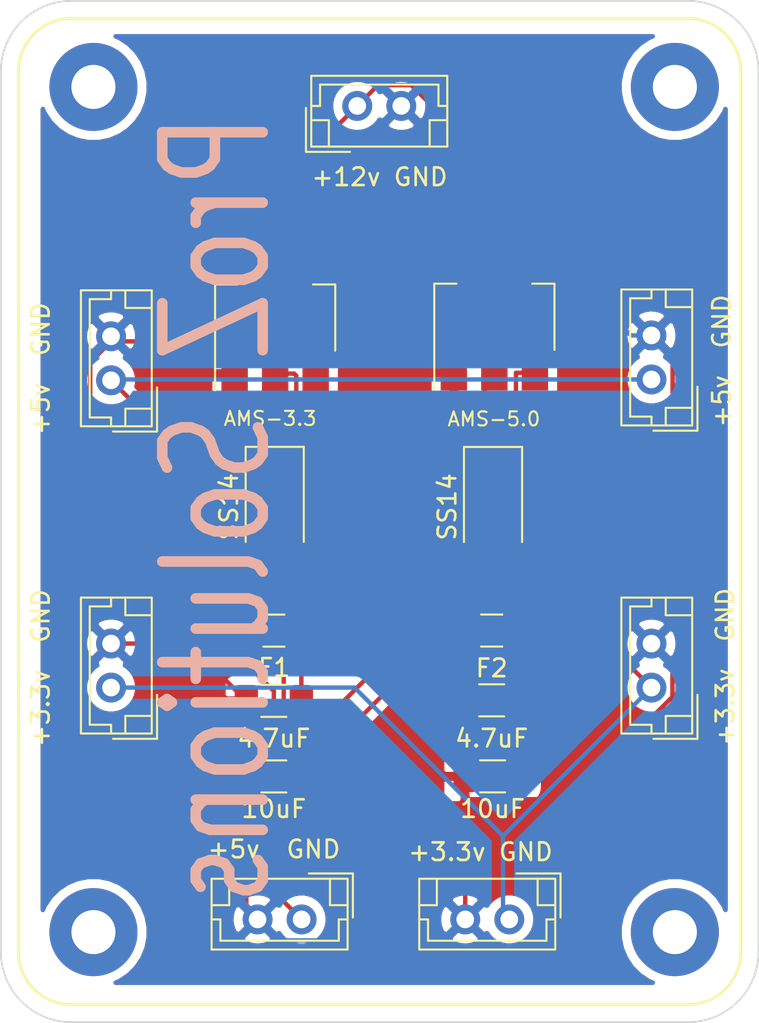
<source format=kicad_pcb>
(kicad_pcb (version 20171130) (host pcbnew 5.1.10-88a1d61d58~88~ubuntu20.04.1)

  (general
    (thickness 1.6)
    (drawings 26)
    (tracks 110)
    (zones 0)
    (modules 21)
    (nets 9)
  )

  (page A4)
  (layers
    (0 F.Cu signal)
    (31 B.Cu signal)
    (32 B.Adhes user)
    (33 F.Adhes user)
    (34 B.Paste user)
    (35 F.Paste user)
    (36 B.SilkS user)
    (37 F.SilkS user)
    (38 B.Mask user)
    (39 F.Mask user)
    (40 Dwgs.User user)
    (41 Cmts.User user)
    (42 Eco1.User user)
    (43 Eco2.User user)
    (44 Edge.Cuts user)
    (45 Margin user)
    (46 B.CrtYd user)
    (47 F.CrtYd user)
    (48 B.Fab user)
    (49 F.Fab user)
  )

  (setup
    (last_trace_width 0.25)
    (trace_clearance 0.2)
    (zone_clearance 0.508)
    (zone_45_only no)
    (trace_min 0.2)
    (via_size 0.8)
    (via_drill 0.4)
    (via_min_size 0.4)
    (via_min_drill 0.3)
    (uvia_size 0.3)
    (uvia_drill 0.1)
    (uvias_allowed no)
    (uvia_min_size 0.2)
    (uvia_min_drill 0.1)
    (edge_width 0.1)
    (segment_width 0.2)
    (pcb_text_width 0.3)
    (pcb_text_size 1.5 1.5)
    (mod_edge_width 0.15)
    (mod_text_size 1 1)
    (mod_text_width 0.15)
    (pad_size 1.7 1.7)
    (pad_drill 1)
    (pad_to_mask_clearance 0)
    (aux_axis_origin 0 0)
    (visible_elements FFFFF77F)
    (pcbplotparams
      (layerselection 0x010fc_ffffffff)
      (usegerberextensions false)
      (usegerberattributes true)
      (usegerberadvancedattributes true)
      (creategerberjobfile true)
      (excludeedgelayer true)
      (linewidth 0.100000)
      (plotframeref false)
      (viasonmask false)
      (mode 1)
      (useauxorigin false)
      (hpglpennumber 1)
      (hpglpenspeed 20)
      (hpglpendiameter 15.000000)
      (psnegative false)
      (psa4output false)
      (plotreference true)
      (plotvalue true)
      (plotinvisibletext false)
      (padsonsilk false)
      (subtractmaskfromsilk false)
      (outputformat 1)
      (mirror false)
      (drillshape 1)
      (scaleselection 1)
      (outputdirectory ""))
  )

  (net 0 "")
  (net 1 +12V)
  (net 2 "Net-(C3-Pad1)")
  (net 3 "Net-(C4-Pad1)")
  (net 4 "Net-(D1-Pad2)")
  (net 5 "Net-(D2-Pad2)")
  (net 6 GND)
  (net 7 +5V)
  (net 8 +3V3)

  (net_class Default "This is the default net class."
    (clearance 0.2)
    (trace_width 0.25)
    (via_dia 0.8)
    (via_drill 0.4)
    (uvia_dia 0.3)
    (uvia_drill 0.1)
    (add_net +12V)
    (add_net +3V3)
    (add_net +5V)
    (add_net GND)
    (add_net "Net-(C3-Pad1)")
    (add_net "Net-(C4-Pad1)")
    (add_net "Net-(D1-Pad2)")
    (add_net "Net-(D2-Pad2)")
  )

  (module Capacitor_SMD:C_1206_3216Metric_Pad1.33x1.80mm_HandSolder (layer F.Cu) (tedit 5F68FEEF) (tstamp 60E9927C)
    (at 140.238 116.157 180)
    (descr "Capacitor SMD 1206 (3216 Metric), square (rectangular) end terminal, IPC_7351 nominal with elongated pad for handsoldering. (Body size source: IPC-SM-782 page 76, https://www.pcb-3d.com/wordpress/wp-content/uploads/ipc-sm-782a_amendment_1_and_2.pdf), generated with kicad-footprint-generator")
    (tags "capacitor handsolder")
    (path /609BB785)
    (attr smd)
    (fp_text reference C1 (at 0 -1.85) (layer Dwgs.User)
      (effects (font (size 1 1) (thickness 0.15)))
    )
    (fp_text value 10uF (at 0 -1.8428) (layer F.SilkS)
      (effects (font (size 1 1) (thickness 0.15)))
    )
    (fp_line (start -1.6 0.8) (end -1.6 -0.8) (layer F.Fab) (width 0.1))
    (fp_line (start -1.6 -0.8) (end 1.6 -0.8) (layer F.Fab) (width 0.1))
    (fp_line (start 1.6 -0.8) (end 1.6 0.8) (layer F.Fab) (width 0.1))
    (fp_line (start 1.6 0.8) (end -1.6 0.8) (layer F.Fab) (width 0.1))
    (fp_line (start -0.711252 -0.91) (end 0.711252 -0.91) (layer F.SilkS) (width 0.12))
    (fp_line (start -0.711252 0.91) (end 0.711252 0.91) (layer F.SilkS) (width 0.12))
    (fp_line (start -2.48 1.15) (end -2.48 -1.15) (layer F.CrtYd) (width 0.05))
    (fp_line (start -2.48 -1.15) (end 2.48 -1.15) (layer F.CrtYd) (width 0.05))
    (fp_line (start 2.48 -1.15) (end 2.48 1.15) (layer F.CrtYd) (width 0.05))
    (fp_line (start 2.48 1.15) (end -2.48 1.15) (layer F.CrtYd) (width 0.05))
    (fp_text user %R (at 0 0) (layer F.Fab)
      (effects (font (size 0.8 0.8) (thickness 0.12)))
    )
    (pad 1 smd roundrect (at -1.5625 0 180) (size 1.325 1.8) (layers F.Cu F.Paste F.Mask) (roundrect_rratio 0.188679)
      (net 1 +12V))
    (pad 2 smd roundrect (at 1.5625 0 180) (size 1.325 1.8) (layers F.Cu F.Paste F.Mask) (roundrect_rratio 0.188679)
      (net 6 GND))
    (model ${KISYS3DMOD}/Capacitor_SMD.3dshapes/C_1206_3216Metric.wrl
      (at (xyz 0 0 0))
      (scale (xyz 1 1 1))
      (rotate (xyz 0 0 0))
    )
  )

  (module Capacitor_SMD:C_1206_3216Metric_Pad1.33x1.80mm_HandSolder (layer F.Cu) (tedit 5F68FEEF) (tstamp 60EA1F66)
    (at 152.654 116.154 180)
    (descr "Capacitor SMD 1206 (3216 Metric), square (rectangular) end terminal, IPC_7351 nominal with elongated pad for handsoldering. (Body size source: IPC-SM-782 page 76, https://www.pcb-3d.com/wordpress/wp-content/uploads/ipc-sm-782a_amendment_1_and_2.pdf), generated with kicad-footprint-generator")
    (tags "capacitor handsolder")
    (path /609CD42F)
    (attr smd)
    (fp_text reference C2 (at 0 -1.85) (layer Dwgs.User)
      (effects (font (size 1 1) (thickness 0.15)))
    )
    (fp_text value 10uF (at 0 -1.8458) (layer F.SilkS)
      (effects (font (size 1 1) (thickness 0.15)))
    )
    (fp_line (start -1.6 0.8) (end -1.6 -0.8) (layer F.Fab) (width 0.1))
    (fp_line (start -1.6 -0.8) (end 1.6 -0.8) (layer F.Fab) (width 0.1))
    (fp_line (start 1.6 -0.8) (end 1.6 0.8) (layer F.Fab) (width 0.1))
    (fp_line (start 1.6 0.8) (end -1.6 0.8) (layer F.Fab) (width 0.1))
    (fp_line (start -0.711252 -0.91) (end 0.711252 -0.91) (layer F.SilkS) (width 0.12))
    (fp_line (start -0.711252 0.91) (end 0.711252 0.91) (layer F.SilkS) (width 0.12))
    (fp_line (start -2.48 1.15) (end -2.48 -1.15) (layer F.CrtYd) (width 0.05))
    (fp_line (start -2.48 -1.15) (end 2.48 -1.15) (layer F.CrtYd) (width 0.05))
    (fp_line (start 2.48 -1.15) (end 2.48 1.15) (layer F.CrtYd) (width 0.05))
    (fp_line (start 2.48 1.15) (end -2.48 1.15) (layer F.CrtYd) (width 0.05))
    (fp_text user %R (at 0 0) (layer F.Fab)
      (effects (font (size 0.8 0.8) (thickness 0.12)))
    )
    (pad 1 smd roundrect (at -1.5625 0 180) (size 1.325 1.8) (layers F.Cu F.Paste F.Mask) (roundrect_rratio 0.188679)
      (net 1 +12V))
    (pad 2 smd roundrect (at 1.5625 0 180) (size 1.325 1.8) (layers F.Cu F.Paste F.Mask) (roundrect_rratio 0.188679)
      (net 6 GND))
    (model ${KISYS3DMOD}/Capacitor_SMD.3dshapes/C_1206_3216Metric.wrl
      (at (xyz 0 0 0))
      (scale (xyz 1 1 1))
      (rotate (xyz 0 0 0))
    )
  )

  (module Capacitor_SMD:C_1206_3216Metric_Pad1.33x1.80mm_HandSolder (layer F.Cu) (tedit 5F68FEEF) (tstamp 60E9929E)
    (at 140.238 111.865 180)
    (descr "Capacitor SMD 1206 (3216 Metric), square (rectangular) end terminal, IPC_7351 nominal with elongated pad for handsoldering. (Body size source: IPC-SM-782 page 76, https://www.pcb-3d.com/wordpress/wp-content/uploads/ipc-sm-782a_amendment_1_and_2.pdf), generated with kicad-footprint-generator")
    (tags "capacitor handsolder")
    (path /609BB82D)
    (attr smd)
    (fp_text reference C3 (at 0 -1.85) (layer Dwgs.User)
      (effects (font (size 1 1) (thickness 0.15)))
    )
    (fp_text value 4.7uF (at 0 -2.1354) (layer F.SilkS)
      (effects (font (size 1 1) (thickness 0.15)))
    )
    (fp_line (start 2.48 1.15) (end -2.48 1.15) (layer F.CrtYd) (width 0.05))
    (fp_line (start 2.48 -1.15) (end 2.48 1.15) (layer F.CrtYd) (width 0.05))
    (fp_line (start -2.48 -1.15) (end 2.48 -1.15) (layer F.CrtYd) (width 0.05))
    (fp_line (start -2.48 1.15) (end -2.48 -1.15) (layer F.CrtYd) (width 0.05))
    (fp_line (start -0.711252 0.91) (end 0.711252 0.91) (layer F.SilkS) (width 0.12))
    (fp_line (start -0.711252 -0.91) (end 0.711252 -0.91) (layer F.SilkS) (width 0.12))
    (fp_line (start 1.6 0.8) (end -1.6 0.8) (layer F.Fab) (width 0.1))
    (fp_line (start 1.6 -0.8) (end 1.6 0.8) (layer F.Fab) (width 0.1))
    (fp_line (start -1.6 -0.8) (end 1.6 -0.8) (layer F.Fab) (width 0.1))
    (fp_line (start -1.6 0.8) (end -1.6 -0.8) (layer F.Fab) (width 0.1))
    (fp_text user %R (at 0 0) (layer F.Fab)
      (effects (font (size 0.8 0.8) (thickness 0.12)))
    )
    (pad 2 smd roundrect (at 1.5625 0 180) (size 1.325 1.8) (layers F.Cu F.Paste F.Mask) (roundrect_rratio 0.188679)
      (net 6 GND))
    (pad 1 smd roundrect (at -1.5625 0 180) (size 1.325 1.8) (layers F.Cu F.Paste F.Mask) (roundrect_rratio 0.188679)
      (net 2 "Net-(C3-Pad1)"))
    (model ${KISYS3DMOD}/Capacitor_SMD.3dshapes/C_1206_3216Metric.wrl
      (at (xyz 0 0 0))
      (scale (xyz 1 1 1))
      (rotate (xyz 0 0 0))
    )
  )

  (module Capacitor_SMD:C_1206_3216Metric_Pad1.33x1.80mm_HandSolder (layer F.Cu) (tedit 5F68FEEF) (tstamp 60EA1FCA)
    (at 152.603 111.836 180)
    (descr "Capacitor SMD 1206 (3216 Metric), square (rectangular) end terminal, IPC_7351 nominal with elongated pad for handsoldering. (Body size source: IPC-SM-782 page 76, https://www.pcb-3d.com/wordpress/wp-content/uploads/ipc-sm-782a_amendment_1_and_2.pdf), generated with kicad-footprint-generator")
    (tags "capacitor handsolder")
    (path /609CD435)
    (attr smd)
    (fp_text reference C4 (at 0 -1.85) (layer Dwgs.User)
      (effects (font (size 1 1) (thickness 0.15)))
    )
    (fp_text value 4.7uF (at 0 -2.1638) (layer F.SilkS)
      (effects (font (size 1 1) (thickness 0.15)))
    )
    (fp_line (start 2.48 1.15) (end -2.48 1.15) (layer F.CrtYd) (width 0.05))
    (fp_line (start 2.48 -1.15) (end 2.48 1.15) (layer F.CrtYd) (width 0.05))
    (fp_line (start -2.48 -1.15) (end 2.48 -1.15) (layer F.CrtYd) (width 0.05))
    (fp_line (start -2.48 1.15) (end -2.48 -1.15) (layer F.CrtYd) (width 0.05))
    (fp_line (start -0.711252 0.91) (end 0.711252 0.91) (layer F.SilkS) (width 0.12))
    (fp_line (start -0.711252 -0.91) (end 0.711252 -0.91) (layer F.SilkS) (width 0.12))
    (fp_line (start 1.6 0.8) (end -1.6 0.8) (layer F.Fab) (width 0.1))
    (fp_line (start 1.6 -0.8) (end 1.6 0.8) (layer F.Fab) (width 0.1))
    (fp_line (start -1.6 -0.8) (end 1.6 -0.8) (layer F.Fab) (width 0.1))
    (fp_line (start -1.6 0.8) (end -1.6 -0.8) (layer F.Fab) (width 0.1))
    (fp_text user %R (at 0 0) (layer F.Fab)
      (effects (font (size 0.8 0.8) (thickness 0.12)))
    )
    (pad 2 smd roundrect (at 1.5625 0 180) (size 1.325 1.8) (layers F.Cu F.Paste F.Mask) (roundrect_rratio 0.188679)
      (net 6 GND))
    (pad 1 smd roundrect (at -1.5625 0 180) (size 1.325 1.8) (layers F.Cu F.Paste F.Mask) (roundrect_rratio 0.188679)
      (net 3 "Net-(C4-Pad1)"))
    (model ${KISYS3DMOD}/Capacitor_SMD.3dshapes/C_1206_3216Metric.wrl
      (at (xyz 0 0 0))
      (scale (xyz 1 1 1))
      (rotate (xyz 0 0 0))
    )
  )

  (module Connector_JST:JST_EH_B2B-EH-A_1x02_P2.50mm_Vertical (layer F.Cu) (tedit 60E94F25) (tstamp 60E99329)
    (at 144.972 78.0796)
    (descr "JST EH series connector, B2B-EH-A (http://www.jst-mfg.com/product/pdf/eng/eEH.pdf), generated with kicad-footprint-generator")
    (tags "connector JST EH vertical")
    (path /60E9D9D7)
    (fp_text reference J1 (at 1.2173 4.191) (layer F.SilkS) hide
      (effects (font (size 1 1) (thickness 0.15)))
    )
    (fp_text value Conn_01x02 (at 1.4205 -3.2004) (layer F.Fab)
      (effects (font (size 1 1) (thickness 0.15)))
    )
    (fp_line (start -2.5 -1.6) (end -2.5 2.2) (layer F.Fab) (width 0.1))
    (fp_line (start -2.5 2.2) (end 5 2.2) (layer F.Fab) (width 0.1))
    (fp_line (start 5 2.2) (end 5 -1.6) (layer F.Fab) (width 0.1))
    (fp_line (start 5 -1.6) (end -2.5 -1.6) (layer F.Fab) (width 0.1))
    (fp_line (start -3 -2.1) (end -3 2.7) (layer F.CrtYd) (width 0.05))
    (fp_line (start -3 2.7) (end 5.5 2.7) (layer F.CrtYd) (width 0.05))
    (fp_line (start 5.5 2.7) (end 5.5 -2.1) (layer F.CrtYd) (width 0.05))
    (fp_line (start 5.5 -2.1) (end -3 -2.1) (layer F.CrtYd) (width 0.05))
    (fp_line (start -2.61 -1.71) (end -2.61 2.31) (layer F.SilkS) (width 0.12))
    (fp_line (start -2.61 2.31) (end 5.11 2.31) (layer F.SilkS) (width 0.12))
    (fp_line (start 5.11 2.31) (end 5.11 -1.71) (layer F.SilkS) (width 0.12))
    (fp_line (start 5.11 -1.71) (end -2.61 -1.71) (layer F.SilkS) (width 0.12))
    (fp_line (start -2.61 0) (end -2.11 0) (layer F.SilkS) (width 0.12))
    (fp_line (start -2.11 0) (end -2.11 -1.21) (layer F.SilkS) (width 0.12))
    (fp_line (start -2.11 -1.21) (end 4.61 -1.21) (layer F.SilkS) (width 0.12))
    (fp_line (start 4.61 -1.21) (end 4.61 0) (layer F.SilkS) (width 0.12))
    (fp_line (start 4.61 0) (end 5.11 0) (layer F.SilkS) (width 0.12))
    (fp_line (start -2.61 0.81) (end -1.61 0.81) (layer F.SilkS) (width 0.12))
    (fp_line (start -1.61 0.81) (end -1.61 2.31) (layer F.SilkS) (width 0.12))
    (fp_line (start 5.11 0.81) (end 4.11 0.81) (layer F.SilkS) (width 0.12))
    (fp_line (start 4.11 0.81) (end 4.11 2.31) (layer F.SilkS) (width 0.12))
    (fp_line (start -2.91 0.11) (end -2.91 2.61) (layer F.SilkS) (width 0.12))
    (fp_line (start -2.91 2.61) (end -0.41 2.61) (layer F.SilkS) (width 0.12))
    (fp_line (start -2.91 0.11) (end -2.91 2.61) (layer F.Fab) (width 0.1))
    (fp_line (start -2.91 2.61) (end -0.41 2.61) (layer F.Fab) (width 0.1))
    (fp_text user "+12v GND" (at 1.2681 4.0386) (layer F.SilkS)
      (effects (font (size 1 1) (thickness 0.15)))
    )
    (pad 1 thru_hole circle (at 0 0) (size 1.7 1.7) (drill 1) (layers *.Cu *.Mask)
      (net 1 +12V))
    (pad 2 thru_hole circle (at 2.5 0) (size 1.7 1.7) (drill 1) (layers *.Cu *.Mask)
      (net 6 GND))
    (model ${KISYS3DMOD}/Connector_JST.3dshapes/JST_EH_B2B-EH-A_1x02_P2.50mm_Vertical.wrl
      (at (xyz 0 0 0))
      (scale (xyz 1 1 1))
      (rotate (xyz 0 0 0))
    )
  )

  (module Connector_JST:JST_EH_B2B-EH-A_1x02_P2.50mm_Vertical (layer F.Cu) (tedit 60E94F0A) (tstamp 60E9A831)
    (at 141.815 124.279 180)
    (descr "JST EH series connector, B2B-EH-A (http://www.jst-mfg.com/product/pdf/eng/eEH.pdf), generated with kicad-footprint-generator")
    (tags "connector JST EH vertical")
    (path /609F76CB)
    (fp_text reference J3 (at 1.277 -3.2294) (layer F.SilkS) hide
      (effects (font (size 1 1) (thickness 0.15)))
    )
    (fp_text value Conn_01x02 (at 1.0611 -2.9881) (layer F.Fab)
      (effects (font (size 1 1) (thickness 0.15)))
    )
    (fp_line (start -2.5 -1.6) (end -2.5 2.2) (layer F.Fab) (width 0.1))
    (fp_line (start -2.5 2.2) (end 5 2.2) (layer F.Fab) (width 0.1))
    (fp_line (start 5 2.2) (end 5 -1.6) (layer F.Fab) (width 0.1))
    (fp_line (start 5 -1.6) (end -2.5 -1.6) (layer F.Fab) (width 0.1))
    (fp_line (start -3 -2.1) (end -3 2.7) (layer F.CrtYd) (width 0.05))
    (fp_line (start -3 2.7) (end 5.5 2.7) (layer F.CrtYd) (width 0.05))
    (fp_line (start 5.5 2.7) (end 5.5 -2.1) (layer F.CrtYd) (width 0.05))
    (fp_line (start 5.5 -2.1) (end -3 -2.1) (layer F.CrtYd) (width 0.05))
    (fp_line (start -2.61 -1.71) (end -2.61 2.31) (layer F.SilkS) (width 0.12))
    (fp_line (start -2.61 2.31) (end 5.11 2.31) (layer F.SilkS) (width 0.12))
    (fp_line (start 5.11 2.31) (end 5.11 -1.71) (layer F.SilkS) (width 0.12))
    (fp_line (start 5.11 -1.71) (end -2.61 -1.71) (layer F.SilkS) (width 0.12))
    (fp_line (start -2.61 0) (end -2.11 0) (layer F.SilkS) (width 0.12))
    (fp_line (start -2.11 0) (end -2.11 -1.21) (layer F.SilkS) (width 0.12))
    (fp_line (start -2.11 -1.21) (end 4.61 -1.21) (layer F.SilkS) (width 0.12))
    (fp_line (start 4.61 -1.21) (end 4.61 0) (layer F.SilkS) (width 0.12))
    (fp_line (start 4.61 0) (end 5.11 0) (layer F.SilkS) (width 0.12))
    (fp_line (start -2.61 0.81) (end -1.61 0.81) (layer F.SilkS) (width 0.12))
    (fp_line (start -1.61 0.81) (end -1.61 2.31) (layer F.SilkS) (width 0.12))
    (fp_line (start 5.11 0.81) (end 4.11 0.81) (layer F.SilkS) (width 0.12))
    (fp_line (start 4.11 0.81) (end 4.11 2.31) (layer F.SilkS) (width 0.12))
    (fp_line (start -2.91 0.11) (end -2.91 2.61) (layer F.SilkS) (width 0.12))
    (fp_line (start -2.91 2.61) (end -0.41 2.61) (layer F.SilkS) (width 0.12))
    (fp_line (start -2.91 0.11) (end -2.91 2.61) (layer F.Fab) (width 0.1))
    (fp_line (start -2.91 2.61) (end -0.41 2.61) (layer F.Fab) (width 0.1))
    (fp_text user "+5v  GND" (at 1.5691 3.9842) (layer F.SilkS)
      (effects (font (size 1 1) (thickness 0.15)))
    )
    (pad 1 thru_hole circle (at 0 0 180) (size 1.7 1.7) (drill 1) (layers *.Cu *.Mask)
      (net 7 +5V))
    (pad 2 thru_hole circle (at 2.5 0 180) (size 1.7 1.7) (drill 1) (layers *.Cu *.Mask)
      (net 6 GND))
    (model ${KISYS3DMOD}/Connector_JST.3dshapes/JST_EH_B2B-EH-A_1x02_P2.50mm_Vertical.wrl
      (at (xyz 0 0 0))
      (scale (xyz 1 1 1))
      (rotate (xyz 0 0 0))
    )
  )

  (module Connector_JST:JST_EH_B2B-EH-A_1x02_P2.50mm_Vertical (layer F.Cu) (tedit 60E94EFD) (tstamp 60E99369)
    (at 153.601 124.279 180)
    (descr "JST EH series connector, B2B-EH-A (http://www.jst-mfg.com/product/pdf/eng/eEH.pdf), generated with kicad-footprint-generator")
    (tags "connector JST EH vertical")
    (path /609F572B)
    (fp_text reference J2 (at 1.2516 -3.2294) (layer F.SilkS) hide
      (effects (font (size 1 1) (thickness 0.15)))
    )
    (fp_text value Conn_01x02 (at 0.7436 -3.0389) (layer F.Fab)
      (effects (font (size 1 1) (thickness 0.15)))
    )
    (fp_line (start -2.5 -1.6) (end -2.5 2.2) (layer F.Fab) (width 0.1))
    (fp_line (start -2.5 2.2) (end 5 2.2) (layer F.Fab) (width 0.1))
    (fp_line (start 5 2.2) (end 5 -1.6) (layer F.Fab) (width 0.1))
    (fp_line (start 5 -1.6) (end -2.5 -1.6) (layer F.Fab) (width 0.1))
    (fp_line (start -3 -2.1) (end -3 2.7) (layer F.CrtYd) (width 0.05))
    (fp_line (start -3 2.7) (end 5.5 2.7) (layer F.CrtYd) (width 0.05))
    (fp_line (start 5.5 2.7) (end 5.5 -2.1) (layer F.CrtYd) (width 0.05))
    (fp_line (start 5.5 -2.1) (end -3 -2.1) (layer F.CrtYd) (width 0.05))
    (fp_line (start -2.61 -1.71) (end -2.61 2.31) (layer F.SilkS) (width 0.12))
    (fp_line (start -2.61 2.31) (end 5.11 2.31) (layer F.SilkS) (width 0.12))
    (fp_line (start 5.11 2.31) (end 5.11 -1.71) (layer F.SilkS) (width 0.12))
    (fp_line (start 5.11 -1.71) (end -2.61 -1.71) (layer F.SilkS) (width 0.12))
    (fp_line (start -2.61 0) (end -2.11 0) (layer F.SilkS) (width 0.12))
    (fp_line (start -2.11 0) (end -2.11 -1.21) (layer F.SilkS) (width 0.12))
    (fp_line (start -2.11 -1.21) (end 4.61 -1.21) (layer F.SilkS) (width 0.12))
    (fp_line (start 4.61 -1.21) (end 4.61 0) (layer F.SilkS) (width 0.12))
    (fp_line (start 4.61 0) (end 5.11 0) (layer F.SilkS) (width 0.12))
    (fp_line (start -2.61 0.81) (end -1.61 0.81) (layer F.SilkS) (width 0.12))
    (fp_line (start -1.61 0.81) (end -1.61 2.31) (layer F.SilkS) (width 0.12))
    (fp_line (start 5.11 0.81) (end 4.11 0.81) (layer F.SilkS) (width 0.12))
    (fp_line (start 4.11 0.81) (end 4.11 2.31) (layer F.SilkS) (width 0.12))
    (fp_line (start -2.91 0.11) (end -2.91 2.61) (layer F.SilkS) (width 0.12))
    (fp_line (start -2.91 2.61) (end -0.41 2.61) (layer F.SilkS) (width 0.12))
    (fp_line (start -2.91 0.11) (end -2.91 2.61) (layer F.Fab) (width 0.1))
    (fp_line (start -2.91 2.61) (end -0.41 2.61) (layer F.Fab) (width 0.1))
    (fp_text user "+3.3v GND" (at 1.6326 3.8318) (layer F.SilkS)
      (effects (font (size 1 1) (thickness 0.15)))
    )
    (pad 1 thru_hole circle (at 0 0 180) (size 1.7 1.7) (drill 1) (layers *.Cu *.Mask)
      (net 8 +3V3))
    (pad 2 thru_hole circle (at 2.5 0 180) (size 1.7 1.7) (drill 1) (layers *.Cu *.Mask)
      (net 6 GND))
    (model ${KISYS3DMOD}/Connector_JST.3dshapes/JST_EH_B2B-EH-A_1x02_P2.50mm_Vertical.wrl
      (at (xyz 0 0 0))
      (scale (xyz 1 1 1))
      (rotate (xyz 0 0 0))
    )
  )

  (module Package_TO_SOT_SMD:SOT-223-3_TabPin2 (layer F.Cu) (tedit 5A02FF57) (tstamp 60E9D621)
    (at 152.755 90.0842 90)
    (descr "module CMS SOT223 4 pins")
    (tags "CMS SOT")
    (path /609C6428)
    (attr smd)
    (fp_text reference U1 (at -5.6484 0.0004 180) (layer F.SilkS) hide
      (effects (font (size 1 1) (thickness 0.15)))
    )
    (fp_text value AMS1117-5.0 (at 0 4.5 90) (layer F.Fab)
      (effects (font (size 1 1) (thickness 0.15)))
    )
    (fp_line (start 1.85 -3.35) (end 1.85 3.35) (layer F.Fab) (width 0.1))
    (fp_line (start -1.85 3.35) (end 1.85 3.35) (layer F.Fab) (width 0.1))
    (fp_line (start -4.1 -3.41) (end 1.91 -3.41) (layer F.SilkS) (width 0.12))
    (fp_line (start -0.85 -3.35) (end 1.85 -3.35) (layer F.Fab) (width 0.1))
    (fp_line (start -1.85 3.41) (end 1.91 3.41) (layer F.SilkS) (width 0.12))
    (fp_line (start -1.85 -2.35) (end -1.85 3.35) (layer F.Fab) (width 0.1))
    (fp_line (start -1.85 -2.35) (end -0.85 -3.35) (layer F.Fab) (width 0.1))
    (fp_line (start -4.4 -3.6) (end -4.4 3.6) (layer F.CrtYd) (width 0.05))
    (fp_line (start -4.4 3.6) (end 4.4 3.6) (layer F.CrtYd) (width 0.05))
    (fp_line (start 4.4 3.6) (end 4.4 -3.6) (layer F.CrtYd) (width 0.05))
    (fp_line (start 4.4 -3.6) (end -4.4 -3.6) (layer F.CrtYd) (width 0.05))
    (fp_line (start 1.91 -3.41) (end 1.91 -2.15) (layer F.SilkS) (width 0.12))
    (fp_line (start 1.91 3.41) (end 1.91 2.15) (layer F.SilkS) (width 0.12))
    (fp_text user AMS-5.0 (at -5.7754 -0.025) (layer F.SilkS)
      (effects (font (size 0.8 0.8) (thickness 0.12)))
    )
    (pad 1 smd rect (at -3.15 -2.3 90) (size 2 1.5) (layers F.Cu F.Paste F.Mask)
      (net 6 GND))
    (pad 3 smd rect (at -3.15 2.3 90) (size 2 1.5) (layers F.Cu F.Paste F.Mask)
      (net 1 +12V))
    (pad 2 smd rect (at -3.15 0 90) (size 2 1.5) (layers F.Cu F.Paste F.Mask)
      (net 2 "Net-(C3-Pad1)"))
    (pad 2 smd rect (at 3.15 0 90) (size 2 3.8) (layers F.Cu F.Paste F.Mask)
      (net 2 "Net-(C3-Pad1)"))
    (model ${KISYS3DMOD}/Package_TO_SOT_SMD.3dshapes/SOT-223.wrl
      (at (xyz 0 0 0))
      (scale (xyz 1 1 1))
      (rotate (xyz 0 0 0))
    )
  )

  (module Package_TO_SOT_SMD:SOT-223-3_TabPin2 (layer F.Cu) (tedit 5A02FF57) (tstamp 60E99395)
    (at 140.314 90.1288 90)
    (descr "module CMS SOT223 4 pins")
    (tags "CMS SOT")
    (path /609C52B2)
    (attr smd)
    (fp_text reference U2 (at -5.5276 0.0212 180) (layer F.SilkS) hide
      (effects (font (size 1 1) (thickness 0.15)))
    )
    (fp_text value AMS1117-3.3 (at 0 4.5 90) (layer F.Fab)
      (effects (font (size 1 1) (thickness 0.15)))
    )
    (fp_line (start 1.91 3.41) (end 1.91 2.15) (layer F.SilkS) (width 0.12))
    (fp_line (start 1.91 -3.41) (end 1.91 -2.15) (layer F.SilkS) (width 0.12))
    (fp_line (start 4.4 -3.6) (end -4.4 -3.6) (layer F.CrtYd) (width 0.05))
    (fp_line (start 4.4 3.6) (end 4.4 -3.6) (layer F.CrtYd) (width 0.05))
    (fp_line (start -4.4 3.6) (end 4.4 3.6) (layer F.CrtYd) (width 0.05))
    (fp_line (start -4.4 -3.6) (end -4.4 3.6) (layer F.CrtYd) (width 0.05))
    (fp_line (start -1.85 -2.35) (end -0.85 -3.35) (layer F.Fab) (width 0.1))
    (fp_line (start -1.85 -2.35) (end -1.85 3.35) (layer F.Fab) (width 0.1))
    (fp_line (start -1.85 3.41) (end 1.91 3.41) (layer F.SilkS) (width 0.12))
    (fp_line (start -0.85 -3.35) (end 1.85 -3.35) (layer F.Fab) (width 0.1))
    (fp_line (start -4.1 -3.41) (end 1.91 -3.41) (layer F.SilkS) (width 0.12))
    (fp_line (start -1.85 3.35) (end 1.85 3.35) (layer F.Fab) (width 0.1))
    (fp_line (start 1.85 -3.35) (end 1.85 3.35) (layer F.Fab) (width 0.1))
    (fp_text user AMS-3.3 (at -5.7054 -0.2836) (layer F.SilkS)
      (effects (font (size 0.8 0.8) (thickness 0.12)))
    )
    (pad 2 smd rect (at 3.15 0 90) (size 2 3.8) (layers F.Cu F.Paste F.Mask)
      (net 3 "Net-(C4-Pad1)"))
    (pad 2 smd rect (at -3.15 0 90) (size 2 1.5) (layers F.Cu F.Paste F.Mask)
      (net 3 "Net-(C4-Pad1)"))
    (pad 3 smd rect (at -3.15 2.3 90) (size 2 1.5) (layers F.Cu F.Paste F.Mask)
      (net 1 +12V))
    (pad 1 smd rect (at -3.15 -2.3 90) (size 2 1.5) (layers F.Cu F.Paste F.Mask)
      (net 6 GND))
    (model ${KISYS3DMOD}/Package_TO_SOT_SMD.3dshapes/SOT-223.wrl
      (at (xyz 0 0 0))
      (scale (xyz 1 1 1))
      (rotate (xyz 0 0 0))
    )
  )

  (module Fuse:Fuse_1206_3216Metric (layer F.Cu) (tedit 5F68FEF1) (tstamp 60E99BA5)
    (at 140.238 107.877)
    (descr "Fuse SMD 1206 (3216 Metric), square (rectangular) end terminal, IPC_7351 nominal, (Body size source: http://www.tortai-tech.com/upload/download/2011102023233369053.pdf), generated with kicad-footprint-generator")
    (tags fuse)
    (path /609C1CF6)
    (attr smd)
    (fp_text reference F1 (at 0.0212 2.1052) (layer F.SilkS)
      (effects (font (size 1 1) (thickness 0.15)))
    )
    (fp_text value 750mA (at -0.1058 -2.2001) (layer F.Fab)
      (effects (font (size 1 1) (thickness 0.15)))
    )
    (fp_line (start -1.6 0.8) (end -1.6 -0.8) (layer F.Fab) (width 0.1))
    (fp_line (start -1.6 -0.8) (end 1.6 -0.8) (layer F.Fab) (width 0.1))
    (fp_line (start 1.6 -0.8) (end 1.6 0.8) (layer F.Fab) (width 0.1))
    (fp_line (start 1.6 0.8) (end -1.6 0.8) (layer F.Fab) (width 0.1))
    (fp_line (start -0.602064 -0.91) (end 0.602064 -0.91) (layer F.SilkS) (width 0.12))
    (fp_line (start -0.602064 0.91) (end 0.602064 0.91) (layer F.SilkS) (width 0.12))
    (fp_line (start -2.28 1.12) (end -2.28 -1.12) (layer F.CrtYd) (width 0.05))
    (fp_line (start -2.28 -1.12) (end 2.28 -1.12) (layer F.CrtYd) (width 0.05))
    (fp_line (start 2.28 -1.12) (end 2.28 1.12) (layer F.CrtYd) (width 0.05))
    (fp_line (start 2.28 1.12) (end -2.28 1.12) (layer F.CrtYd) (width 0.05))
    (fp_text user %R (at 0 0) (layer F.Fab)
      (effects (font (size 0.8 0.8) (thickness 0.12)))
    )
    (pad 1 smd roundrect (at -1.4 0) (size 1.25 1.75) (layers F.Cu F.Paste F.Mask) (roundrect_rratio 0.2)
      (net 4 "Net-(D1-Pad2)"))
    (pad 2 smd roundrect (at 1.4 0) (size 1.25 1.75) (layers F.Cu F.Paste F.Mask) (roundrect_rratio 0.2)
      (net 2 "Net-(C3-Pad1)"))
    (model ${KISYS3DMOD}/Fuse.3dshapes/Fuse_1206_3216Metric.wrl
      (at (xyz 0 0 0))
      (scale (xyz 1 1 1))
      (rotate (xyz 0 0 0))
    )
  )

  (module Fuse:Fuse_1206_3216Metric (layer F.Cu) (tedit 5F68FEF1) (tstamp 60E9D5EC)
    (at 152.603 107.874)
    (descr "Fuse SMD 1206 (3216 Metric), square (rectangular) end terminal, IPC_7351 nominal, (Body size source: http://www.tortai-tech.com/upload/download/2011102023233369053.pdf), generated with kicad-footprint-generator")
    (tags fuse)
    (path /609CD452)
    (attr smd)
    (fp_text reference F2 (at 0.0004 2.1336) (layer F.SilkS)
      (effects (font (size 1 1) (thickness 0.15)))
    )
    (fp_text value 750mA (at 0 1.82) (layer F.Fab)
      (effects (font (size 1 1) (thickness 0.15)))
    )
    (fp_line (start 2.28 1.12) (end -2.28 1.12) (layer F.CrtYd) (width 0.05))
    (fp_line (start 2.28 -1.12) (end 2.28 1.12) (layer F.CrtYd) (width 0.05))
    (fp_line (start -2.28 -1.12) (end 2.28 -1.12) (layer F.CrtYd) (width 0.05))
    (fp_line (start -2.28 1.12) (end -2.28 -1.12) (layer F.CrtYd) (width 0.05))
    (fp_line (start -0.602064 0.91) (end 0.602064 0.91) (layer F.SilkS) (width 0.12))
    (fp_line (start -0.602064 -0.91) (end 0.602064 -0.91) (layer F.SilkS) (width 0.12))
    (fp_line (start 1.6 0.8) (end -1.6 0.8) (layer F.Fab) (width 0.1))
    (fp_line (start 1.6 -0.8) (end 1.6 0.8) (layer F.Fab) (width 0.1))
    (fp_line (start -1.6 -0.8) (end 1.6 -0.8) (layer F.Fab) (width 0.1))
    (fp_line (start -1.6 0.8) (end -1.6 -0.8) (layer F.Fab) (width 0.1))
    (fp_text user %R (at 0 0) (layer F.Fab)
      (effects (font (size 0.8 0.8) (thickness 0.12)))
    )
    (pad 2 smd roundrect (at 1.4 0) (size 1.25 1.75) (layers F.Cu F.Paste F.Mask) (roundrect_rratio 0.2)
      (net 3 "Net-(C4-Pad1)"))
    (pad 1 smd roundrect (at -1.4 0) (size 1.25 1.75) (layers F.Cu F.Paste F.Mask) (roundrect_rratio 0.2)
      (net 5 "Net-(D2-Pad2)"))
    (model ${KISYS3DMOD}/Fuse.3dshapes/Fuse_1206_3216Metric.wrl
      (at (xyz 0 0 0))
      (scale (xyz 1 1 1))
      (rotate (xyz 0 0 0))
    )
  )

  (module Diode_SMD:D_SMA (layer F.Cu) (tedit 586432E5) (tstamp 60E99CBC)
    (at 140.288 100.841 270)
    (descr "Diode SMA (DO-214AC)")
    (tags "Diode SMA (DO-214AC)")
    (path /609D63F3)
    (attr smd)
    (fp_text reference D1 (at 0 -2.5 90) (layer F.Fab)
      (effects (font (size 1 1) (thickness 0.15)))
    )
    (fp_text value SS14 (at 0 2.6 90) (layer F.SilkS)
      (effects (font (size 1 1) (thickness 0.15)))
    )
    (fp_line (start -3.4 -1.65) (end -3.4 1.65) (layer F.SilkS) (width 0.12))
    (fp_line (start 2.3 1.5) (end -2.3 1.5) (layer F.Fab) (width 0.1))
    (fp_line (start -2.3 1.5) (end -2.3 -1.5) (layer F.Fab) (width 0.1))
    (fp_line (start 2.3 -1.5) (end 2.3 1.5) (layer F.Fab) (width 0.1))
    (fp_line (start 2.3 -1.5) (end -2.3 -1.5) (layer F.Fab) (width 0.1))
    (fp_line (start -3.5 -1.75) (end 3.5 -1.75) (layer F.CrtYd) (width 0.05))
    (fp_line (start 3.5 -1.75) (end 3.5 1.75) (layer F.CrtYd) (width 0.05))
    (fp_line (start 3.5 1.75) (end -3.5 1.75) (layer F.CrtYd) (width 0.05))
    (fp_line (start -3.5 1.75) (end -3.5 -1.75) (layer F.CrtYd) (width 0.05))
    (fp_line (start -0.64944 0.00102) (end -1.55114 0.00102) (layer F.Fab) (width 0.1))
    (fp_line (start 0.50118 0.00102) (end 1.4994 0.00102) (layer F.Fab) (width 0.1))
    (fp_line (start -0.64944 -0.79908) (end -0.64944 0.80112) (layer F.Fab) (width 0.1))
    (fp_line (start 0.50118 0.75032) (end 0.50118 -0.79908) (layer F.Fab) (width 0.1))
    (fp_line (start -0.64944 0.00102) (end 0.50118 0.75032) (layer F.Fab) (width 0.1))
    (fp_line (start -0.64944 0.00102) (end 0.50118 -0.79908) (layer F.Fab) (width 0.1))
    (fp_line (start -3.4 1.65) (end 2 1.65) (layer F.SilkS) (width 0.12))
    (fp_line (start -3.4 -1.65) (end 2 -1.65) (layer F.SilkS) (width 0.12))
    (fp_text user %R (at 0 -2.5 90) (layer F.Fab)
      (effects (font (size 1 1) (thickness 0.15)))
    )
    (pad 1 smd rect (at -2 0 270) (size 2.5 1.8) (layers F.Cu F.Paste F.Mask)
      (net 7 +5V))
    (pad 2 smd rect (at 2 0 270) (size 2.5 1.8) (layers F.Cu F.Paste F.Mask)
      (net 4 "Net-(D1-Pad2)"))
    (model ${KISYS3DMOD}/Diode_SMD.3dshapes/D_SMA.wrl
      (at (xyz 0 0 0))
      (scale (xyz 1 1 1))
      (rotate (xyz 0 0 0))
    )
  )

  (module Diode_SMD:D_SMA (layer F.Cu) (tedit 586432E5) (tstamp 60E9D5AE)
    (at 152.679 100.847 270)
    (descr "Diode SMA (DO-214AC)")
    (tags "Diode SMA (DO-214AC)")
    (path /609D6E92)
    (attr smd)
    (fp_text reference D2 (at 0 -2.5 90) (layer F.Fab)
      (effects (font (size 1 1) (thickness 0.15)))
    )
    (fp_text value SS14 (at 0 2.6 90) (layer F.SilkS)
      (effects (font (size 1 1) (thickness 0.15)))
    )
    (fp_line (start -3.4 -1.65) (end 2 -1.65) (layer F.SilkS) (width 0.12))
    (fp_line (start -3.4 1.65) (end 2 1.65) (layer F.SilkS) (width 0.12))
    (fp_line (start -0.64944 0.00102) (end 0.50118 -0.79908) (layer F.Fab) (width 0.1))
    (fp_line (start -0.64944 0.00102) (end 0.50118 0.75032) (layer F.Fab) (width 0.1))
    (fp_line (start 0.50118 0.75032) (end 0.50118 -0.79908) (layer F.Fab) (width 0.1))
    (fp_line (start -0.64944 -0.79908) (end -0.64944 0.80112) (layer F.Fab) (width 0.1))
    (fp_line (start 0.50118 0.00102) (end 1.4994 0.00102) (layer F.Fab) (width 0.1))
    (fp_line (start -0.64944 0.00102) (end -1.55114 0.00102) (layer F.Fab) (width 0.1))
    (fp_line (start -3.5 1.75) (end -3.5 -1.75) (layer F.CrtYd) (width 0.05))
    (fp_line (start 3.5 1.75) (end -3.5 1.75) (layer F.CrtYd) (width 0.05))
    (fp_line (start 3.5 -1.75) (end 3.5 1.75) (layer F.CrtYd) (width 0.05))
    (fp_line (start -3.5 -1.75) (end 3.5 -1.75) (layer F.CrtYd) (width 0.05))
    (fp_line (start 2.3 -1.5) (end -2.3 -1.5) (layer F.Fab) (width 0.1))
    (fp_line (start 2.3 -1.5) (end 2.3 1.5) (layer F.Fab) (width 0.1))
    (fp_line (start -2.3 1.5) (end -2.3 -1.5) (layer F.Fab) (width 0.1))
    (fp_line (start 2.3 1.5) (end -2.3 1.5) (layer F.Fab) (width 0.1))
    (fp_line (start -3.4 -1.65) (end -3.4 1.65) (layer F.SilkS) (width 0.12))
    (fp_text user %R (at 0 -2.5 90) (layer F.Fab)
      (effects (font (size 1 1) (thickness 0.15)))
    )
    (pad 2 smd rect (at 2 0 270) (size 2.5 1.8) (layers F.Cu F.Paste F.Mask)
      (net 5 "Net-(D2-Pad2)"))
    (pad 1 smd rect (at -2 0 270) (size 2.5 1.8) (layers F.Cu F.Paste F.Mask)
      (net 8 +3V3))
    (model ${KISYS3DMOD}/Diode_SMD.3dshapes/D_SMA.wrl
      (at (xyz 0 0 0))
      (scale (xyz 1 1 1))
      (rotate (xyz 0 0 0))
    )
  )

  (module Connector_JST:JST_EH_B2B-EH-A_1x02_P2.50mm_Vertical (layer F.Cu) (tedit 60E955AE) (tstamp 60E9C050)
    (at 161.672 111.114 90)
    (descr "JST EH series connector, B2B-EH-A (http://www.jst-mfg.com/product/pdf/eng/eEH.pdf), generated with kicad-footprint-generator")
    (tags "connector JST EH vertical")
    (path /60EB3B25)
    (fp_text reference J4 (at 1.25 -2.8 90) (layer F.SilkS) hide
      (effects (font (size 1 1) (thickness 0.15)))
    )
    (fp_text value Conn_01x02 (at 1.3479 -3.646101 90) (layer F.Fab)
      (effects (font (size 1 1) (thickness 0.15)))
    )
    (fp_line (start -2.5 -1.6) (end -2.5 2.2) (layer F.Fab) (width 0.1))
    (fp_line (start -2.5 2.2) (end 5 2.2) (layer F.Fab) (width 0.1))
    (fp_line (start 5 2.2) (end 5 -1.6) (layer F.Fab) (width 0.1))
    (fp_line (start 5 -1.6) (end -2.5 -1.6) (layer F.Fab) (width 0.1))
    (fp_line (start -3 -2.1) (end -3 2.7) (layer F.CrtYd) (width 0.05))
    (fp_line (start -3 2.7) (end 5.5 2.7) (layer F.CrtYd) (width 0.05))
    (fp_line (start 5.5 2.7) (end 5.5 -2.1) (layer F.CrtYd) (width 0.05))
    (fp_line (start 5.5 -2.1) (end -3 -2.1) (layer F.CrtYd) (width 0.05))
    (fp_line (start -2.61 -1.71) (end -2.61 2.31) (layer F.SilkS) (width 0.12))
    (fp_line (start -2.61 2.31) (end 5.11 2.31) (layer F.SilkS) (width 0.12))
    (fp_line (start 5.11 2.31) (end 5.11 -1.71) (layer F.SilkS) (width 0.12))
    (fp_line (start 5.11 -1.71) (end -2.61 -1.71) (layer F.SilkS) (width 0.12))
    (fp_line (start -2.61 0) (end -2.11 0) (layer F.SilkS) (width 0.12))
    (fp_line (start -2.11 0) (end -2.11 -1.21) (layer F.SilkS) (width 0.12))
    (fp_line (start -2.11 -1.21) (end 4.61 -1.21) (layer F.SilkS) (width 0.12))
    (fp_line (start 4.61 -1.21) (end 4.61 0) (layer F.SilkS) (width 0.12))
    (fp_line (start 4.61 0) (end 5.11 0) (layer F.SilkS) (width 0.12))
    (fp_line (start -2.61 0.81) (end -1.61 0.81) (layer F.SilkS) (width 0.12))
    (fp_line (start -1.61 0.81) (end -1.61 2.31) (layer F.SilkS) (width 0.12))
    (fp_line (start 5.11 0.81) (end 4.11 0.81) (layer F.SilkS) (width 0.12))
    (fp_line (start 4.11 0.81) (end 4.11 2.31) (layer F.SilkS) (width 0.12))
    (fp_line (start -2.91 0.11) (end -2.91 2.61) (layer F.SilkS) (width 0.12))
    (fp_line (start -2.91 2.61) (end -0.41 2.61) (layer F.SilkS) (width 0.12))
    (fp_line (start -2.91 0.11) (end -2.91 2.61) (layer F.Fab) (width 0.1))
    (fp_line (start -2.91 2.61) (end -0.41 2.61) (layer F.Fab) (width 0.1))
    (fp_text user "+3.3v  GND" (at 1.1828 4.189799 90) (layer F.SilkS)
      (effects (font (size 1 1) (thickness 0.15)))
    )
    (pad 2 thru_hole circle (at 2.5 0 90) (size 1.7 1.7) (drill 1) (layers *.Cu *.Mask)
      (net 6 GND))
    (pad 1 thru_hole circle (at 0 0 90) (size 1.7 1.7) (drill 1) (layers *.Cu *.Mask)
      (net 8 +3V3))
    (model ${KISYS3DMOD}/Connector_JST.3dshapes/JST_EH_B2B-EH-A_1x02_P2.50mm_Vertical.wrl
      (at (xyz 0 0 0))
      (scale (xyz 1 1 1))
      (rotate (xyz 0 0 0))
    )
  )

  (module Connector_JST:JST_EH_B2B-EH-A_1x02_P2.50mm_Vertical (layer F.Cu) (tedit 60E94C3C) (tstamp 60E9D25B)
    (at 161.672 93.614 90)
    (descr "JST EH series connector, B2B-EH-A (http://www.jst-mfg.com/product/pdf/eng/eEH.pdf), generated with kicad-footprint-generator")
    (tags "connector JST EH vertical")
    (path /60EB2142)
    (fp_text reference J5 (at 1.158 4.138999 90) (layer F.SilkS) hide
      (effects (font (size 1 1) (thickness 0.15)))
    )
    (fp_text value Conn_01x02 (at 1.3866 -3.011101 90) (layer F.Fab)
      (effects (font (size 1 1) (thickness 0.15)))
    )
    (fp_line (start -2.91 2.61) (end -0.41 2.61) (layer F.Fab) (width 0.1))
    (fp_line (start -2.91 0.11) (end -2.91 2.61) (layer F.Fab) (width 0.1))
    (fp_line (start -2.91 2.61) (end -0.41 2.61) (layer F.SilkS) (width 0.12))
    (fp_line (start -2.91 0.11) (end -2.91 2.61) (layer F.SilkS) (width 0.12))
    (fp_line (start 4.11 0.81) (end 4.11 2.31) (layer F.SilkS) (width 0.12))
    (fp_line (start 5.11 0.81) (end 4.11 0.81) (layer F.SilkS) (width 0.12))
    (fp_line (start -1.61 0.81) (end -1.61 2.31) (layer F.SilkS) (width 0.12))
    (fp_line (start -2.61 0.81) (end -1.61 0.81) (layer F.SilkS) (width 0.12))
    (fp_line (start 4.61 0) (end 5.11 0) (layer F.SilkS) (width 0.12))
    (fp_line (start 4.61 -1.21) (end 4.61 0) (layer F.SilkS) (width 0.12))
    (fp_line (start -2.11 -1.21) (end 4.61 -1.21) (layer F.SilkS) (width 0.12))
    (fp_line (start -2.11 0) (end -2.11 -1.21) (layer F.SilkS) (width 0.12))
    (fp_line (start -2.61 0) (end -2.11 0) (layer F.SilkS) (width 0.12))
    (fp_line (start 5.11 -1.71) (end -2.61 -1.71) (layer F.SilkS) (width 0.12))
    (fp_line (start 5.11 2.31) (end 5.11 -1.71) (layer F.SilkS) (width 0.12))
    (fp_line (start -2.61 2.31) (end 5.11 2.31) (layer F.SilkS) (width 0.12))
    (fp_line (start -2.61 -1.71) (end -2.61 2.31) (layer F.SilkS) (width 0.12))
    (fp_line (start 5.5 -2.1) (end -3 -2.1) (layer F.CrtYd) (width 0.05))
    (fp_line (start 5.5 2.7) (end 5.5 -2.1) (layer F.CrtYd) (width 0.05))
    (fp_line (start -3 2.7) (end 5.5 2.7) (layer F.CrtYd) (width 0.05))
    (fp_line (start -3 -2.1) (end -3 2.7) (layer F.CrtYd) (width 0.05))
    (fp_line (start 5 -1.6) (end -2.5 -1.6) (layer F.Fab) (width 0.1))
    (fp_line (start 5 2.2) (end 5 -1.6) (layer F.Fab) (width 0.1))
    (fp_line (start -2.5 2.2) (end 5 2.2) (layer F.Fab) (width 0.1))
    (fp_line (start -2.5 -1.6) (end -2.5 2.2) (layer F.Fab) (width 0.1))
    (fp_text user "+5v  GND" (at 1.0564 3.986599 90) (layer F.SilkS)
      (effects (font (size 1 1) (thickness 0.15)))
    )
    (pad 1 thru_hole circle (at 0 0 90) (size 1.7 1.7) (drill 1) (layers *.Cu *.Mask)
      (net 7 +5V))
    (pad 2 thru_hole circle (at 2.5 0 90) (size 1.7 1.7) (drill 1) (layers *.Cu *.Mask)
      (net 6 GND))
    (model ${KISYS3DMOD}/Connector_JST.3dshapes/JST_EH_B2B-EH-A_1x02_P2.50mm_Vertical.wrl
      (at (xyz 0 0 0))
      (scale (xyz 1 1 1))
      (rotate (xyz 0 0 0))
    )
  )

  (module Connector_JST:JST_EH_B2B-EH-A_1x02_P2.50mm_Vertical (layer F.Cu) (tedit 60E955A4) (tstamp 60EA14A9)
    (at 131 111.112 90)
    (descr "JST EH series connector, B2B-EH-A (http://www.jst-mfg.com/product/pdf/eng/eEH.pdf), generated with kicad-footprint-generator")
    (tags "connector JST EH vertical")
    (path /60EC63BE)
    (fp_text reference "+3.3v  GND" (at 1.1123 -4 90) (layer F.SilkS)
      (effects (font (size 1 1) (thickness 0.15)))
    )
    (fp_text value Conn_01x02 (at 1.25 3.4 90) (layer F.Fab)
      (effects (font (size 1 1) (thickness 0.15)))
    )
    (fp_line (start -2.91 2.61) (end -0.41 2.61) (layer F.Fab) (width 0.1))
    (fp_line (start -2.91 0.11) (end -2.91 2.61) (layer F.Fab) (width 0.1))
    (fp_line (start -2.91 2.61) (end -0.41 2.61) (layer F.SilkS) (width 0.12))
    (fp_line (start -2.91 0.11) (end -2.91 2.61) (layer F.SilkS) (width 0.12))
    (fp_line (start 4.11 0.81) (end 4.11 2.31) (layer F.SilkS) (width 0.12))
    (fp_line (start 5.11 0.81) (end 4.11 0.81) (layer F.SilkS) (width 0.12))
    (fp_line (start -1.61 0.81) (end -1.61 2.31) (layer F.SilkS) (width 0.12))
    (fp_line (start -2.61 0.81) (end -1.61 0.81) (layer F.SilkS) (width 0.12))
    (fp_line (start 4.61 0) (end 5.11 0) (layer F.SilkS) (width 0.12))
    (fp_line (start 4.61 -1.21) (end 4.61 0) (layer F.SilkS) (width 0.12))
    (fp_line (start -2.11 -1.21) (end 4.61 -1.21) (layer F.SilkS) (width 0.12))
    (fp_line (start -2.11 0) (end -2.11 -1.21) (layer F.SilkS) (width 0.12))
    (fp_line (start -2.61 0) (end -2.11 0) (layer F.SilkS) (width 0.12))
    (fp_line (start 5.11 -1.71) (end -2.61 -1.71) (layer F.SilkS) (width 0.12))
    (fp_line (start 5.11 2.31) (end 5.11 -1.71) (layer F.SilkS) (width 0.12))
    (fp_line (start -2.61 2.31) (end 5.11 2.31) (layer F.SilkS) (width 0.12))
    (fp_line (start -2.61 -1.71) (end -2.61 2.31) (layer F.SilkS) (width 0.12))
    (fp_line (start 5.5 -2.1) (end -3 -2.1) (layer F.CrtYd) (width 0.05))
    (fp_line (start 5.5 2.7) (end 5.5 -2.1) (layer F.CrtYd) (width 0.05))
    (fp_line (start -3 2.7) (end 5.5 2.7) (layer F.CrtYd) (width 0.05))
    (fp_line (start -3 -2.1) (end -3 2.7) (layer F.CrtYd) (width 0.05))
    (fp_line (start 5 -1.6) (end -2.5 -1.6) (layer F.Fab) (width 0.1))
    (fp_line (start 5 2.2) (end 5 -1.6) (layer F.Fab) (width 0.1))
    (fp_line (start -2.5 2.2) (end 5 2.2) (layer F.Fab) (width 0.1))
    (fp_line (start -2.5 -1.6) (end -2.5 2.2) (layer F.Fab) (width 0.1))
    (pad 1 thru_hole circle (at 0 0 90) (size 1.7 1.7) (drill 1) (layers *.Cu *.Mask)
      (net 8 +3V3))
    (pad 2 thru_hole circle (at 2.5 0 90) (size 1.7 1.7) (drill 1) (layers *.Cu *.Mask)
      (net 6 GND))
    (model ${KISYS3DMOD}/Connector_JST.3dshapes/JST_EH_B2B-EH-A_1x02_P2.50mm_Vertical.wrl
      (at (xyz 0 0 0))
      (scale (xyz 1 1 1))
      (rotate (xyz 0 0 0))
    )
  )

  (module Connector_JST:JST_EH_B2B-EH-A_1x02_P2.50mm_Vertical (layer F.Cu) (tedit 60E955C0) (tstamp 60EA0D19)
    (at 131 93.6625 90)
    (descr "JST EH series connector, B2B-EH-A (http://www.jst-mfg.com/product/pdf/eng/eEH.pdf), generated with kicad-footprint-generator")
    (tags "connector JST EH vertical")
    (path /60EC4C3F)
    (fp_text reference "+5v  GND" (at 0.6625 -4 90) (layer F.SilkS)
      (effects (font (size 1 1) (thickness 0.15)))
    )
    (fp_text value Conn_01x02 (at 1.25 3.4 90) (layer F.Fab)
      (effects (font (size 1 1) (thickness 0.15)))
    )
    (fp_line (start -2.5 -1.6) (end -2.5 2.2) (layer F.Fab) (width 0.1))
    (fp_line (start -2.5 2.2) (end 5 2.2) (layer F.Fab) (width 0.1))
    (fp_line (start 5 2.2) (end 5 -1.6) (layer F.Fab) (width 0.1))
    (fp_line (start 5 -1.6) (end -2.5 -1.6) (layer F.Fab) (width 0.1))
    (fp_line (start -3 -2.1) (end -3 2.7) (layer F.CrtYd) (width 0.05))
    (fp_line (start -3 2.7) (end 5.5 2.7) (layer F.CrtYd) (width 0.05))
    (fp_line (start 5.5 2.7) (end 5.5 -2.1) (layer F.CrtYd) (width 0.05))
    (fp_line (start 5.5 -2.1) (end -3 -2.1) (layer F.CrtYd) (width 0.05))
    (fp_line (start -2.61 -1.71) (end -2.61 2.31) (layer F.SilkS) (width 0.12))
    (fp_line (start -2.61 2.31) (end 5.11 2.31) (layer F.SilkS) (width 0.12))
    (fp_line (start 5.11 2.31) (end 5.11 -1.71) (layer F.SilkS) (width 0.12))
    (fp_line (start 5.11 -1.71) (end -2.61 -1.71) (layer F.SilkS) (width 0.12))
    (fp_line (start -2.61 0) (end -2.11 0) (layer F.SilkS) (width 0.12))
    (fp_line (start -2.11 0) (end -2.11 -1.21) (layer F.SilkS) (width 0.12))
    (fp_line (start -2.11 -1.21) (end 4.61 -1.21) (layer F.SilkS) (width 0.12))
    (fp_line (start 4.61 -1.21) (end 4.61 0) (layer F.SilkS) (width 0.12))
    (fp_line (start 4.61 0) (end 5.11 0) (layer F.SilkS) (width 0.12))
    (fp_line (start -2.61 0.81) (end -1.61 0.81) (layer F.SilkS) (width 0.12))
    (fp_line (start -1.61 0.81) (end -1.61 2.31) (layer F.SilkS) (width 0.12))
    (fp_line (start 5.11 0.81) (end 4.11 0.81) (layer F.SilkS) (width 0.12))
    (fp_line (start 4.11 0.81) (end 4.11 2.31) (layer F.SilkS) (width 0.12))
    (fp_line (start -2.91 0.11) (end -2.91 2.61) (layer F.SilkS) (width 0.12))
    (fp_line (start -2.91 2.61) (end -0.41 2.61) (layer F.SilkS) (width 0.12))
    (fp_line (start -2.91 0.11) (end -2.91 2.61) (layer F.Fab) (width 0.1))
    (fp_line (start -2.91 2.61) (end -0.41 2.61) (layer F.Fab) (width 0.1))
    (pad 2 thru_hole circle (at 2.5 0 90) (size 1.7 1.7) (drill 1) (layers *.Cu *.Mask)
      (net 6 GND))
    (pad 1 thru_hole circle (at 0 0 90) (size 1.7 1.7) (drill 1) (layers *.Cu *.Mask)
      (net 7 +5V))
    (model ${KISYS3DMOD}/Connector_JST.3dshapes/JST_EH_B2B-EH-A_1x02_P2.50mm_Vertical.wrl
      (at (xyz 0 0 0))
      (scale (xyz 1 1 1))
      (rotate (xyz 0 0 0))
    )
  )

  (module MountingHole:MountingHole_2.5mm_Pad (layer F.Cu) (tedit 56D1B4CB) (tstamp 60EA1703)
    (at 163 125)
    (descr "Mounting Hole 2.5mm")
    (tags "mounting hole 2.5mm")
    (path /60ED4500)
    (attr virtual)
    (fp_text reference H1 (at 0 -3.5) (layer Dwgs.User) hide
      (effects (font (size 1 1) (thickness 0.15)))
    )
    (fp_text value MountingHole (at 0 3.5) (layer F.Fab) hide
      (effects (font (size 1 1) (thickness 0.15)))
    )
    (fp_circle (center 0 0) (end 2.75 0) (layer F.CrtYd) (width 0.05))
    (fp_circle (center 0 0) (end 2.5 0) (layer Cmts.User) (width 0.15))
    (fp_text user %R (at 0.3 0) (layer F.Fab) hide
      (effects (font (size 1 1) (thickness 0.15)))
    )
    (pad 1 thru_hole circle (at 0 0) (size 5 5) (drill 2.5) (layers *.Cu *.Mask))
  )

  (module MountingHole:MountingHole_2.5mm_Pad (layer F.Cu) (tedit 56D1B4CB) (tstamp 60EA170B)
    (at 130 125)
    (descr "Mounting Hole 2.5mm")
    (tags "mounting hole 2.5mm")
    (path /60ED4349)
    (attr virtual)
    (fp_text reference H2 (at 0 -4) (layer Dwgs.User) hide
      (effects (font (size 1 1) (thickness 0.15)))
    )
    (fp_text value MountingHole (at 0 3.5) (layer F.Fab) hide
      (effects (font (size 1 1) (thickness 0.15)))
    )
    (fp_text user %R (at 0.3 0) (layer F.Fab)
      (effects (font (size 1 1) (thickness 0.15)))
    )
    (fp_circle (center 0 0) (end 2.5 0) (layer Cmts.User) (width 0.15))
    (fp_circle (center 0 0) (end 2.75 0) (layer F.CrtYd) (width 0.05))
    (pad 1 thru_hole circle (at 0 0) (size 5 5) (drill 2.5) (layers *.Cu *.Mask))
  )

  (module MountingHole:MountingHole_2.5mm_Pad (layer F.Cu) (tedit 56D1B4CB) (tstamp 60EA181D)
    (at 130 77)
    (descr "Mounting Hole 2.5mm")
    (tags "mounting hole 2.5mm")
    (path /60ED4188)
    (attr virtual)
    (fp_text reference H3 (at 0 4) (layer Dwgs.User) hide
      (effects (font (size 1 1) (thickness 0.15)))
    )
    (fp_text value MountingHole (at 0 3.5) (layer F.Fab) hide
      (effects (font (size 1 1) (thickness 0.15)))
    )
    (fp_circle (center 0 0) (end 2.75 0) (layer F.CrtYd) (width 0.05))
    (fp_circle (center 0 0) (end 2.5 0) (layer Cmts.User) (width 0.15))
    (fp_text user %R (at 0.3 0) (layer F.Fab)
      (effects (font (size 1 1) (thickness 0.15)))
    )
    (pad 1 thru_hole circle (at 0 0) (size 5 5) (drill 2.5) (layers *.Cu *.Mask))
  )

  (module MountingHole:MountingHole_2.5mm_Pad (layer F.Cu) (tedit 56D1B4CB) (tstamp 60EA19F7)
    (at 163 77)
    (descr "Mounting Hole 2.5mm")
    (tags "mounting hole 2.5mm")
    (path /60ED3DEA)
    (attr virtual)
    (fp_text reference H4 (at 0 4) (layer Dwgs.User) hide
      (effects (font (size 1 1) (thickness 0.15)))
    )
    (fp_text value MountingHole (at 0 3.5) (layer F.Fab) hide
      (effects (font (size 1 1) (thickness 0.15)))
    )
    (fp_text user %R (at 0.3 0) (layer F.Fab)
      (effects (font (size 1 1) (thickness 0.15)))
    )
    (fp_circle (center 0 0) (end 2.5 0) (layer Cmts.User) (width 0.15))
    (fp_circle (center 0 0) (end 2.75 0) (layer F.CrtYd) (width 0.05))
    (pad 1 thru_hole circle (at 0 0) (size 5 5) (drill 2.5) (layers *.Cu *.Mask))
  )

  (gr_text "ProZ Solutions" (at 137 101 90) (layer B.SilkS)
    (effects (font (size 5.7 4) (thickness 0.6)) (justify mirror))
  )
  (gr_arc (start 128.7464 126.114) (end 125.7464 126.114) (angle -90) (layer F.SilkS) (width 0.15))
  (gr_arc (start 163.7464 126.114) (end 163.7464 129.114) (angle -90) (layer F.SilkS) (width 0.15))
  (gr_arc (start 163.7464 76.114) (end 166.7464 76.114) (angle -90) (layer F.SilkS) (width 0.15))
  (gr_arc (start 128.7464 76.114) (end 128.7464 73.114) (angle -90) (layer F.SilkS) (width 0.15))
  (gr_line (start 125.7464 126.114) (end 125.7464 76.114) (layer F.SilkS) (width 0.15))
  (gr_line (start 163.7464 129.114) (end 128.7464 129.114) (layer F.SilkS) (width 0.15))
  (gr_line (start 166.7464 76.114) (end 166.7464 126.114) (layer F.SilkS) (width 0.15))
  (gr_line (start 128.7464 73.114) (end 163.7464 73.114) (layer F.SilkS) (width 0.15))
  (gr_arc (start 128.7464 126.114) (end 125.7464 126.114) (angle -90) (layer Dwgs.User) (width 0.15))
  (gr_arc (start 163.7464 126.114) (end 163.7464 129.114) (angle -90) (layer Dwgs.User) (width 0.15))
  (gr_arc (start 163.7464 76.114) (end 166.7464 76.114) (angle -90) (layer Dwgs.User) (width 0.15))
  (gr_line (start 166.7464 77.114) (end 166.7464 76.114) (layer Dwgs.User) (width 0.15))
  (gr_arc (start 128.7464 76.114) (end 128.7464 73.114) (angle -90) (layer Dwgs.User) (width 0.15))
  (gr_line (start 125.7464 126.114) (end 125.7464 76.114) (layer Dwgs.User) (width 0.15))
  (gr_line (start 163.7464 129.114) (end 128.7464 129.114) (layer Dwgs.User) (width 0.15))
  (gr_line (start 166.7464 77.114) (end 166.7464 126.114) (layer Dwgs.User) (width 0.15))
  (gr_line (start 128.7464 73.114) (end 163.7464 73.114) (layer Dwgs.User) (width 0.15))
  (gr_arc (start 128.7464 76.114) (end 128.7464 72.114) (angle -90) (layer Edge.Cuts) (width 0.1))
  (gr_arc (start 128.7464 126.114) (end 124.7464 126.114) (angle -90) (layer Edge.Cuts) (width 0.1))
  (gr_arc (start 163.7464 126.114) (end 163.7464 130.114) (angle -90) (layer Edge.Cuts) (width 0.1))
  (gr_arc (start 163.7464 76.114) (end 167.7464 76.114) (angle -90) (layer Edge.Cuts) (width 0.1))
  (gr_line (start 124.7464 126.114) (end 124.7464 76.114) (layer Edge.Cuts) (width 0.1))
  (gr_line (start 163.7464 130.114) (end 128.7464 130.114) (layer Edge.Cuts) (width 0.1))
  (gr_line (start 167.7464 76.114) (end 167.7464 126.114) (layer Edge.Cuts) (width 0.1))
  (gr_line (start 128.7464 72.114) (end 163.7464 72.114) (layer Edge.Cuts) (width 0.1))

  (segment (start 154.2165 113.0859) (end 153.538 113.0859) (width 0.25) (layer F.Cu) (net 1))
  (segment (start 153.538 113.0859) (end 152.603 112.1509) (width 0.25) (layer F.Cu) (net 1))
  (segment (start 152.603 112.1509) (end 152.603 111.4514) (width 0.25) (layer F.Cu) (net 1))
  (segment (start 152.603 111.4514) (end 151.7595 110.6079) (width 0.25) (layer F.Cu) (net 1))
  (segment (start 151.7595 110.6079) (end 147.3496 110.6079) (width 0.25) (layer F.Cu) (net 1))
  (segment (start 147.3496 110.6079) (end 141.8005 116.157) (width 0.25) (layer F.Cu) (net 1))
  (segment (start 153.9797 93.2342) (end 153.9797 94.3095) (width 0.25) (layer F.Cu) (net 1))
  (segment (start 153.9797 94.3095) (end 151.4536 96.8356) (width 0.25) (layer F.Cu) (net 1))
  (segment (start 151.4536 96.8356) (end 151.4536 100.3098) (width 0.25) (layer F.Cu) (net 1))
  (segment (start 151.4536 100.3098) (end 152.3996 101.2558) (width 0.25) (layer F.Cu) (net 1))
  (segment (start 152.3996 101.2558) (end 153.7162 101.2558) (width 0.25) (layer F.Cu) (net 1))
  (segment (start 153.7162 101.2558) (end 153.9043 101.4439) (width 0.25) (layer F.Cu) (net 1))
  (segment (start 153.9043 101.4439) (end 153.9043 105.7414) (width 0.25) (layer F.Cu) (net 1))
  (segment (start 153.9043 105.7414) (end 155.1657 107.0028) (width 0.25) (layer F.Cu) (net 1))
  (segment (start 155.1657 107.0028) (end 155.1657 112.73) (width 0.25) (layer F.Cu) (net 1))
  (segment (start 155.1657 112.73) (end 154.8098 113.0859) (width 0.25) (layer F.Cu) (net 1))
  (segment (start 154.8098 113.0859) (end 154.2165 113.0859) (width 0.25) (layer F.Cu) (net 1))
  (segment (start 154.2165 113.0859) (end 154.2165 116.154) (width 0.25) (layer F.Cu) (net 1))
  (segment (start 142.614 93.2788) (end 142.614 80.4376) (width 0.25) (layer F.Cu) (net 1))
  (segment (start 142.614 80.4376) (end 144.972 78.0796) (width 0.25) (layer F.Cu) (net 1))
  (segment (start 155.055 93.2342) (end 153.9797 93.2342) (width 0.25) (layer F.Cu) (net 1))
  (segment (start 144.972 78.0796) (end 146.1508 76.9008) (width 0.25) (layer F.Cu) (net 1))
  (segment (start 146.1508 76.9008) (end 148.0412 76.9008) (width 0.25) (layer F.Cu) (net 1))
  (segment (start 148.0412 76.9008) (end 155.055 83.9146) (width 0.25) (layer F.Cu) (net 1))
  (segment (start 155.055 83.9146) (end 155.055 93.2342) (width 0.25) (layer F.Cu) (net 1))
  (segment (start 152.755 86.9342) (end 150.5297 86.9342) (width 0.25) (layer F.Cu) (net 2))
  (segment (start 152.2174 93.2342) (end 152.2174 89.9472) (width 0.25) (layer F.Cu) (net 2))
  (segment (start 152.2174 89.9472) (end 150.5297 88.2595) (width 0.25) (layer F.Cu) (net 2))
  (segment (start 150.5297 88.2595) (end 150.5297 86.9342) (width 0.25) (layer F.Cu) (net 2))
  (segment (start 141.638 107.877) (end 146.66 102.855) (width 0.25) (layer F.Cu) (net 2))
  (segment (start 146.66 102.855) (end 146.66 100.117) (width 0.25) (layer F.Cu) (net 2))
  (segment (start 146.66 100.117) (end 152.2174 94.5596) (width 0.25) (layer F.Cu) (net 2))
  (segment (start 152.2174 94.5596) (end 152.2174 93.2342) (width 0.25) (layer F.Cu) (net 2))
  (segment (start 152.755 93.2342) (end 152.2174 93.2342) (width 0.25) (layer F.Cu) (net 2))
  (segment (start 141.638 107.877) (end 141.8005 108.0395) (width 0.25) (layer F.Cu) (net 2))
  (segment (start 141.8005 108.0395) (end 141.8005 111.865) (width 0.25) (layer F.Cu) (net 2))
  (segment (start 140.8517 93.2788) (end 140.8517 87.5165) (width 0.25) (layer F.Cu) (net 3))
  (segment (start 140.8517 87.5165) (end 140.314 86.9788) (width 0.25) (layer F.Cu) (net 3))
  (segment (start 140.8517 93.2788) (end 141.3893 93.2788) (width 0.25) (layer F.Cu) (net 3))
  (segment (start 140.314 93.2788) (end 140.8517 93.2788) (width 0.25) (layer F.Cu) (net 3))
  (segment (start 152.5102 109.7622) (end 146.3191 109.7622) (width 0.25) (layer F.Cu) (net 3))
  (segment (start 146.3191 109.7622) (end 142.9863 113.095) (width 0.25) (layer F.Cu) (net 3))
  (segment (start 142.9863 113.095) (end 141.1542 113.095) (width 0.25) (layer F.Cu) (net 3))
  (segment (start 141.1542 113.095) (end 140.7997 112.7405) (width 0.25) (layer F.Cu) (net 3))
  (segment (start 140.7997 112.7405) (end 140.7997 110.2715) (width 0.25) (layer F.Cu) (net 3))
  (segment (start 140.7997 110.2715) (end 140.6593 110.1311) (width 0.25) (layer F.Cu) (net 3))
  (segment (start 140.6593 110.1311) (end 140.6593 106.4001) (width 0.25) (layer F.Cu) (net 3))
  (segment (start 140.6593 106.4001) (end 141.5134 105.546) (width 0.25) (layer F.Cu) (net 3))
  (segment (start 141.5134 105.546) (end 141.5134 93.4029) (width 0.25) (layer F.Cu) (net 3))
  (segment (start 141.5134 93.4029) (end 141.3893 93.2788) (width 0.25) (layer F.Cu) (net 3))
  (segment (start 154.1655 111.836) (end 154.1655 111.4175) (width 0.25) (layer F.Cu) (net 3))
  (segment (start 154.1655 111.4175) (end 152.5102 109.7622) (width 0.25) (layer F.Cu) (net 3))
  (segment (start 152.5102 109.7622) (end 152.5102 109.3668) (width 0.25) (layer F.Cu) (net 3))
  (segment (start 152.5102 109.3668) (end 154.003 107.874) (width 0.25) (layer F.Cu) (net 3))
  (segment (start 140.288 102.841) (end 139.0627 102.841) (width 0.25) (layer F.Cu) (net 4))
  (segment (start 139.0627 102.841) (end 139.0627 107.6523) (width 0.25) (layer F.Cu) (net 4))
  (segment (start 139.0627 107.6523) (end 138.838 107.877) (width 0.25) (layer F.Cu) (net 4))
  (segment (start 152.679 102.847) (end 151.4537 102.847) (width 0.25) (layer F.Cu) (net 5))
  (segment (start 151.4537 102.847) (end 151.4537 107.6233) (width 0.25) (layer F.Cu) (net 5))
  (segment (start 151.4537 107.6233) (end 151.203 107.874) (width 0.25) (layer F.Cu) (net 5))
  (segment (start 151.101 117.4509) (end 151.0915 117.4414) (width 0.25) (layer F.Cu) (net 6))
  (segment (start 151.0915 117.4414) (end 151.0915 116.154) (width 0.25) (layer F.Cu) (net 6))
  (segment (start 161.672 108.614) (end 162.8622 109.8042) (width 0.25) (layer F.Cu) (net 6))
  (segment (start 162.8622 109.8042) (end 162.8622 111.6358) (width 0.25) (layer F.Cu) (net 6))
  (segment (start 162.8622 111.6358) (end 157.0471 117.4509) (width 0.25) (layer F.Cu) (net 6))
  (segment (start 157.0471 117.4509) (end 151.101 117.4509) (width 0.25) (layer F.Cu) (net 6))
  (segment (start 151.101 124.279) (end 151.101 117.4509) (width 0.25) (layer F.Cu) (net 6))
  (segment (start 161.672 108.614) (end 162.8704 107.4156) (width 0.25) (layer F.Cu) (net 6))
  (segment (start 162.8704 107.4156) (end 162.8704 92.3124) (width 0.25) (layer F.Cu) (net 6))
  (segment (start 162.8704 92.3124) (end 161.672 91.114) (width 0.25) (layer F.Cu) (net 6))
  (segment (start 131 91.4516) (end 135.1115 91.4516) (width 0.25) (layer F.Cu) (net 6))
  (segment (start 135.1115 91.4516) (end 136.9387 93.2788) (width 0.25) (layer F.Cu) (net 6))
  (segment (start 131 108.612) (end 129.8177 107.4297) (width 0.25) (layer F.Cu) (net 6))
  (segment (start 129.8177 107.4297) (end 129.8177 92.6339) (width 0.25) (layer F.Cu) (net 6))
  (segment (start 129.8177 92.6339) (end 131 91.4516) (width 0.25) (layer F.Cu) (net 6))
  (segment (start 131 91.4516) (end 131 91.1625) (width 0.25) (layer F.Cu) (net 6))
  (segment (start 138.014 93.2788) (end 136.9387 93.2788) (width 0.25) (layer F.Cu) (net 6))
  (segment (start 131 108.612) (end 135.4225 108.612) (width 0.25) (layer F.Cu) (net 6))
  (segment (start 135.4225 108.612) (end 138.6755 111.865) (width 0.25) (layer F.Cu) (net 6))
  (segment (start 139.315 124.279) (end 140.5081 125.4721) (width 0.25) (layer B.Cu) (net 6))
  (segment (start 140.5081 125.4721) (end 149.9079 125.4721) (width 0.25) (layer B.Cu) (net 6))
  (segment (start 149.9079 125.4721) (end 151.101 124.279) (width 0.25) (layer B.Cu) (net 6))
  (segment (start 150.455 93.2342) (end 149.3797 93.2342) (width 0.25) (layer F.Cu) (net 6))
  (segment (start 149.3797 93.2342) (end 149.3797 79.9873) (width 0.25) (layer F.Cu) (net 6))
  (segment (start 149.3797 79.9873) (end 147.472 78.0796) (width 0.25) (layer F.Cu) (net 6))
  (segment (start 138.6755 111.865) (end 138.6755 116.157) (width 0.25) (layer F.Cu) (net 6))
  (segment (start 151.0405 111.836) (end 151.0915 111.887) (width 0.25) (layer F.Cu) (net 6))
  (segment (start 151.0915 111.887) (end 151.0915 116.154) (width 0.25) (layer F.Cu) (net 6))
  (segment (start 147.472 78.0796) (end 160.5064 91.114) (width 0.25) (layer B.Cu) (net 6))
  (segment (start 160.5064 91.114) (end 161.672 91.114) (width 0.25) (layer B.Cu) (net 6))
  (segment (start 139.315 124.279) (end 138.6755 123.6395) (width 0.25) (layer F.Cu) (net 6))
  (segment (start 138.6755 123.6395) (end 138.6755 116.157) (width 0.25) (layer F.Cu) (net 6))
  (segment (start 137.8633 98.841) (end 140.288 98.841) (width 0.25) (layer F.Cu) (net 7))
  (segment (start 131 93.6625) (end 136.1785 98.841) (width 0.25) (layer F.Cu) (net 7))
  (segment (start 136.1785 98.841) (end 137.8633 98.841) (width 0.25) (layer F.Cu) (net 7))
  (segment (start 141.815 124.279) (end 140.238 122.702) (width 0.25) (layer F.Cu) (net 7))
  (segment (start 140.238 122.702) (end 140.238 111.3152) (width 0.25) (layer F.Cu) (net 7))
  (segment (start 140.238 111.3152) (end 137.8633 108.9405) (width 0.25) (layer F.Cu) (net 7))
  (segment (start 137.8633 108.9405) (end 137.8633 98.841) (width 0.25) (layer F.Cu) (net 7))
  (segment (start 161.672 93.614) (end 131.0485 93.614) (width 0.25) (layer B.Cu) (net 7))
  (segment (start 131.0485 93.614) (end 131 93.6625) (width 0.25) (layer B.Cu) (net 7))
  (segment (start 153.2458 119.5402) (end 153.2458 123.9238) (width 0.25) (layer B.Cu) (net 8))
  (segment (start 153.2458 123.9238) (end 153.601 124.279) (width 0.25) (layer B.Cu) (net 8))
  (segment (start 161.672 111.114) (end 153.2458 119.5402) (width 0.25) (layer B.Cu) (net 8))
  (segment (start 131 111.112) (end 144.8176 111.112) (width 0.25) (layer B.Cu) (net 8))
  (segment (start 144.8176 111.112) (end 153.2458 119.5402) (width 0.25) (layer B.Cu) (net 8))
  (segment (start 161.672 111.114) (end 154.3546 103.7966) (width 0.25) (layer F.Cu) (net 8))
  (segment (start 154.3546 103.7966) (end 154.3546 99.2973) (width 0.25) (layer F.Cu) (net 8))
  (segment (start 154.3546 99.2973) (end 153.9043 98.847) (width 0.25) (layer F.Cu) (net 8))
  (segment (start 152.679 98.847) (end 153.9043 98.847) (width 0.25) (layer F.Cu) (net 8))

  (zone (net 6) (net_name GND) (layer F.Cu) (tstamp 0) (hatch edge 0.508)
    (connect_pads (clearance 0.508))
    (min_thickness 0.254)
    (fill yes (arc_segments 32) (thermal_gap 0.508) (thermal_bridge_width 0.508))
    (polygon
      (pts
        (xy 166 128) (xy 127 128) (xy 127 74) (xy 166 74)
      )
    )
    (filled_polygon
      (pts
        (xy 161.515021 74.221799) (xy 161.001554 74.564886) (xy 160.564886 75.001554) (xy 160.221799 75.515021) (xy 159.985476 76.085554)
        (xy 159.865 76.691229) (xy 159.865 77.308771) (xy 159.985476 77.914446) (xy 160.221799 78.484979) (xy 160.564886 78.998446)
        (xy 161.001554 79.435114) (xy 161.515021 79.778201) (xy 162.085554 80.014524) (xy 162.691229 80.135) (xy 163.308771 80.135)
        (xy 163.914446 80.014524) (xy 164.484979 79.778201) (xy 164.998446 79.435114) (xy 165.435114 78.998446) (xy 165.778201 78.484979)
        (xy 165.873 78.256114) (xy 165.873 123.743886) (xy 165.778201 123.515021) (xy 165.435114 123.001554) (xy 164.998446 122.564886)
        (xy 164.484979 122.221799) (xy 163.914446 121.985476) (xy 163.308771 121.865) (xy 162.691229 121.865) (xy 162.085554 121.985476)
        (xy 161.515021 122.221799) (xy 161.001554 122.564886) (xy 160.564886 123.001554) (xy 160.221799 123.515021) (xy 159.985476 124.085554)
        (xy 159.865 124.691229) (xy 159.865 125.308771) (xy 159.985476 125.914446) (xy 160.221799 126.484979) (xy 160.564886 126.998446)
        (xy 161.001554 127.435114) (xy 161.515021 127.778201) (xy 161.743886 127.873) (xy 131.256114 127.873) (xy 131.484979 127.778201)
        (xy 131.998446 127.435114) (xy 132.435114 126.998446) (xy 132.778201 126.484979) (xy 133.014524 125.914446) (xy 133.135 125.308771)
        (xy 133.135 125.307397) (xy 138.466208 125.307397) (xy 138.543843 125.556472) (xy 138.807883 125.682371) (xy 139.091411 125.754339)
        (xy 139.383531 125.769611) (xy 139.673019 125.727599) (xy 139.948747 125.629919) (xy 140.086157 125.556472) (xy 140.163792 125.307397)
        (xy 139.315 124.458605) (xy 138.466208 125.307397) (xy 133.135 125.307397) (xy 133.135 124.691229) (xy 133.066635 124.347531)
        (xy 137.824389 124.347531) (xy 137.866401 124.637019) (xy 137.964081 124.912747) (xy 138.037528 125.050157) (xy 138.286603 125.127792)
        (xy 139.135395 124.279) (xy 138.286603 123.430208) (xy 138.037528 123.507843) (xy 137.911629 123.771883) (xy 137.839661 124.055411)
        (xy 137.824389 124.347531) (xy 133.066635 124.347531) (xy 133.014524 124.085554) (xy 132.778201 123.515021) (xy 132.435114 123.001554)
        (xy 131.998446 122.564886) (xy 131.484979 122.221799) (xy 130.914446 121.985476) (xy 130.308771 121.865) (xy 129.691229 121.865)
        (xy 129.085554 121.985476) (xy 128.515021 122.221799) (xy 128.001554 122.564886) (xy 127.564886 123.001554) (xy 127.221799 123.515021)
        (xy 127.127 123.743886) (xy 127.127 117.057) (xy 137.374928 117.057) (xy 137.387188 117.181482) (xy 137.423498 117.30118)
        (xy 137.482463 117.411494) (xy 137.561815 117.508185) (xy 137.658506 117.587537) (xy 137.76882 117.646502) (xy 137.888518 117.682812)
        (xy 138.013 117.695072) (xy 138.38975 117.692) (xy 138.5485 117.53325) (xy 138.5485 116.284) (xy 137.53675 116.284)
        (xy 137.378 116.44275) (xy 137.374928 117.057) (xy 127.127 117.057) (xy 127.127 115.257) (xy 137.374928 115.257)
        (xy 137.378 115.87125) (xy 137.53675 116.03) (xy 138.5485 116.03) (xy 138.5485 114.78075) (xy 138.38975 114.622)
        (xy 138.013 114.618928) (xy 137.888518 114.631188) (xy 137.76882 114.667498) (xy 137.658506 114.726463) (xy 137.561815 114.805815)
        (xy 137.482463 114.902506) (xy 137.423498 115.01282) (xy 137.387188 115.132518) (xy 137.374928 115.257) (xy 127.127 115.257)
        (xy 127.127 112.765) (xy 137.374928 112.765) (xy 137.387188 112.889482) (xy 137.423498 113.00918) (xy 137.482463 113.119494)
        (xy 137.561815 113.216185) (xy 137.658506 113.295537) (xy 137.76882 113.354502) (xy 137.888518 113.390812) (xy 138.013 113.403072)
        (xy 138.38975 113.4) (xy 138.5485 113.24125) (xy 138.5485 111.992) (xy 137.53675 111.992) (xy 137.378 112.15075)
        (xy 137.374928 112.765) (xy 127.127 112.765) (xy 127.127 110.96574) (xy 129.515 110.96574) (xy 129.515 111.25826)
        (xy 129.572068 111.545158) (xy 129.68401 111.815411) (xy 129.846525 112.058632) (xy 130.053368 112.265475) (xy 130.296589 112.42799)
        (xy 130.566842 112.539932) (xy 130.85374 112.597) (xy 131.14626 112.597) (xy 131.433158 112.539932) (xy 131.703411 112.42799)
        (xy 131.946632 112.265475) (xy 132.153475 112.058632) (xy 132.31599 111.815411) (xy 132.427932 111.545158) (xy 132.485 111.25826)
        (xy 132.485 110.96574) (xy 132.427932 110.678842) (xy 132.31599 110.408589) (xy 132.153475 110.165368) (xy 131.946632 109.958525)
        (xy 131.78359 109.849584) (xy 131.848792 109.640397) (xy 131 108.791605) (xy 130.151208 109.640397) (xy 130.21641 109.849584)
        (xy 130.053368 109.958525) (xy 129.846525 110.165368) (xy 129.68401 110.408589) (xy 129.572068 110.678842) (xy 129.515 110.96574)
        (xy 127.127 110.96574) (xy 127.127 108.680531) (xy 129.509389 108.680531) (xy 129.551401 108.970019) (xy 129.649081 109.245747)
        (xy 129.722528 109.383157) (xy 129.971603 109.460792) (xy 130.820395 108.612) (xy 131.179605 108.612) (xy 132.028397 109.460792)
        (xy 132.277472 109.383157) (xy 132.403371 109.119117) (xy 132.475339 108.835589) (xy 132.490611 108.543469) (xy 132.448599 108.253981)
        (xy 132.350919 107.978253) (xy 132.277472 107.840843) (xy 132.028397 107.763208) (xy 131.179605 108.612) (xy 130.820395 108.612)
        (xy 129.971603 107.763208) (xy 129.722528 107.840843) (xy 129.596629 108.104883) (xy 129.524661 108.388411) (xy 129.509389 108.680531)
        (xy 127.127 108.680531) (xy 127.127 107.583603) (xy 130.151208 107.583603) (xy 131 108.432395) (xy 131.848792 107.583603)
        (xy 131.771157 107.334528) (xy 131.507117 107.208629) (xy 131.223589 107.136661) (xy 130.931469 107.121389) (xy 130.641981 107.163401)
        (xy 130.366253 107.261081) (xy 130.228843 107.334528) (xy 130.151208 107.583603) (xy 127.127 107.583603) (xy 127.127 93.51624)
        (xy 129.515 93.51624) (xy 129.515 93.80876) (xy 129.572068 94.095658) (xy 129.68401 94.365911) (xy 129.846525 94.609132)
        (xy 130.053368 94.815975) (xy 130.296589 94.97849) (xy 130.566842 95.090432) (xy 130.85374 95.1475) (xy 131.14626 95.1475)
        (xy 131.366408 95.103709) (xy 135.614701 99.352003) (xy 135.638499 99.381001) (xy 135.667497 99.404799) (xy 135.754223 99.475974)
        (xy 135.886253 99.546546) (xy 136.029514 99.590003) (xy 136.141167 99.601) (xy 136.141177 99.601) (xy 136.1785 99.604676)
        (xy 136.215823 99.601) (xy 137.103301 99.601) (xy 137.1033 108.903178) (xy 137.099624 108.9405) (xy 137.1033 108.977822)
        (xy 137.1033 108.977832) (xy 137.114297 109.089485) (xy 137.147336 109.198401) (xy 137.157754 109.232746) (xy 137.228326 109.364776)
        (xy 137.268171 109.413326) (xy 137.323299 109.480501) (xy 137.352303 109.504304) (xy 138.176258 110.328259) (xy 138.013 110.326928)
        (xy 137.888518 110.339188) (xy 137.76882 110.375498) (xy 137.658506 110.434463) (xy 137.561815 110.513815) (xy 137.482463 110.610506)
        (xy 137.423498 110.72082) (xy 137.387188 110.840518) (xy 137.374928 110.965) (xy 137.378 111.57925) (xy 137.53675 111.738)
        (xy 138.5485 111.738) (xy 138.5485 111.718) (xy 138.8025 111.718) (xy 138.8025 111.738) (xy 138.8225 111.738)
        (xy 138.8225 111.992) (xy 138.8025 111.992) (xy 138.8025 113.24125) (xy 138.96125 113.4) (xy 139.338 113.403072)
        (xy 139.462482 113.390812) (xy 139.478001 113.386104) (xy 139.478001 114.635896) (xy 139.462482 114.631188) (xy 139.338 114.618928)
        (xy 138.96125 114.622) (xy 138.8025 114.78075) (xy 138.8025 116.03) (xy 138.8225 116.03) (xy 138.8225 116.284)
        (xy 138.8025 116.284) (xy 138.8025 117.53325) (xy 138.96125 117.692) (xy 139.338 117.695072) (xy 139.462482 117.682812)
        (xy 139.478 117.678105) (xy 139.478 122.664678) (xy 139.474324 122.702) (xy 139.478 122.739322) (xy 139.478 122.739332)
        (xy 139.484055 122.80081) (xy 139.246469 122.788389) (xy 138.956981 122.830401) (xy 138.681253 122.928081) (xy 138.543843 123.001528)
        (xy 138.466208 123.250603) (xy 139.315 124.099395) (xy 139.329143 124.085253) (xy 139.508748 124.264858) (xy 139.494605 124.279)
        (xy 140.343397 125.127792) (xy 140.552584 125.06259) (xy 140.661525 125.225632) (xy 140.868368 125.432475) (xy 141.111589 125.59499)
        (xy 141.381842 125.706932) (xy 141.66874 125.764) (xy 141.96126 125.764) (xy 142.248158 125.706932) (xy 142.518411 125.59499)
        (xy 142.761632 125.432475) (xy 142.88671 125.307397) (xy 150.252208 125.307397) (xy 150.329843 125.556472) (xy 150.593883 125.682371)
        (xy 150.877411 125.754339) (xy 151.169531 125.769611) (xy 151.459019 125.727599) (xy 151.734747 125.629919) (xy 151.872157 125.556472)
        (xy 151.949792 125.307397) (xy 151.101 124.458605) (xy 150.252208 125.307397) (xy 142.88671 125.307397) (xy 142.968475 125.225632)
        (xy 143.13099 124.982411) (xy 143.242932 124.712158) (xy 143.3 124.42526) (xy 143.3 124.347531) (xy 149.610389 124.347531)
        (xy 149.652401 124.637019) (xy 149.750081 124.912747) (xy 149.823528 125.050157) (xy 150.072603 125.127792) (xy 150.921395 124.279)
        (xy 151.280605 124.279) (xy 152.129397 125.127792) (xy 152.338584 125.06259) (xy 152.447525 125.225632) (xy 152.654368 125.432475)
        (xy 152.897589 125.59499) (xy 153.167842 125.706932) (xy 153.45474 125.764) (xy 153.74726 125.764) (xy 154.034158 125.706932)
        (xy 154.304411 125.59499) (xy 154.547632 125.432475) (xy 154.754475 125.225632) (xy 154.91699 124.982411) (xy 155.028932 124.712158)
        (xy 155.086 124.42526) (xy 155.086 124.13274) (xy 155.028932 123.845842) (xy 154.91699 123.575589) (xy 154.754475 123.332368)
        (xy 154.547632 123.125525) (xy 154.304411 122.96301) (xy 154.034158 122.851068) (xy 153.74726 122.794) (xy 153.45474 122.794)
        (xy 153.167842 122.851068) (xy 152.897589 122.96301) (xy 152.654368 123.125525) (xy 152.447525 123.332368) (xy 152.338584 123.49541)
        (xy 152.129397 123.430208) (xy 151.280605 124.279) (xy 150.921395 124.279) (xy 150.072603 123.430208) (xy 149.823528 123.507843)
        (xy 149.697629 123.771883) (xy 149.625661 124.055411) (xy 149.610389 124.347531) (xy 143.3 124.347531) (xy 143.3 124.13274)
        (xy 143.242932 123.845842) (xy 143.13099 123.575589) (xy 142.968475 123.332368) (xy 142.88671 123.250603) (xy 150.252208 123.250603)
        (xy 151.101 124.099395) (xy 151.949792 123.250603) (xy 151.872157 123.001528) (xy 151.608117 122.875629) (xy 151.324589 122.803661)
        (xy 151.032469 122.788389) (xy 150.742981 122.830401) (xy 150.467253 122.928081) (xy 150.329843 123.001528) (xy 150.252208 123.250603)
        (xy 142.88671 123.250603) (xy 142.761632 123.125525) (xy 142.518411 122.96301) (xy 142.248158 122.851068) (xy 141.96126 122.794)
        (xy 141.66874 122.794) (xy 141.448592 122.837791) (xy 140.998 122.387199) (xy 140.998 117.600667) (xy 141.048149 117.627472)
        (xy 141.214745 117.678008) (xy 141.387999 117.695072) (xy 142.213001 117.695072) (xy 142.386255 117.678008) (xy 142.552851 117.627472)
        (xy 142.706387 117.545405) (xy 142.840962 117.434962) (xy 142.951405 117.300387) (xy 143.033472 117.146851) (xy 143.061637 117.054)
        (xy 149.790928 117.054) (xy 149.803188 117.178482) (xy 149.839498 117.29818) (xy 149.898463 117.408494) (xy 149.977815 117.505185)
        (xy 150.074506 117.584537) (xy 150.18482 117.643502) (xy 150.304518 117.679812) (xy 150.429 117.692072) (xy 150.80575 117.689)
        (xy 150.9645 117.53025) (xy 150.9645 116.281) (xy 151.2185 116.281) (xy 151.2185 117.53025) (xy 151.37725 117.689)
        (xy 151.754 117.692072) (xy 151.878482 117.679812) (xy 151.99818 117.643502) (xy 152.108494 117.584537) (xy 152.205185 117.505185)
        (xy 152.284537 117.408494) (xy 152.343502 117.29818) (xy 152.379812 117.178482) (xy 152.392072 117.054) (xy 152.389 116.43975)
        (xy 152.23025 116.281) (xy 151.2185 116.281) (xy 150.9645 116.281) (xy 149.95275 116.281) (xy 149.794 116.43975)
        (xy 149.790928 117.054) (xy 143.061637 117.054) (xy 143.084008 116.980255) (xy 143.101072 116.807001) (xy 143.101072 115.931229)
        (xy 143.778301 115.254) (xy 149.790928 115.254) (xy 149.794 115.86825) (xy 149.95275 116.027) (xy 150.9645 116.027)
        (xy 150.9645 114.77775) (xy 151.2185 114.77775) (xy 151.2185 116.027) (xy 152.23025 116.027) (xy 152.389 115.86825)
        (xy 152.392072 115.254) (xy 152.379812 115.129518) (xy 152.343502 115.00982) (xy 152.284537 114.899506) (xy 152.205185 114.802815)
        (xy 152.108494 114.723463) (xy 151.99818 114.664498) (xy 151.878482 114.628188) (xy 151.754 114.615928) (xy 151.37725 114.619)
        (xy 151.2185 114.77775) (xy 150.9645 114.77775) (xy 150.80575 114.619) (xy 150.429 114.615928) (xy 150.304518 114.628188)
        (xy 150.18482 114.664498) (xy 150.074506 114.723463) (xy 149.977815 114.802815) (xy 149.898463 114.899506) (xy 149.839498 115.00982)
        (xy 149.803188 115.129518) (xy 149.790928 115.254) (xy 143.778301 115.254) (xy 146.296302 112.736) (xy 149.739928 112.736)
        (xy 149.752188 112.860482) (xy 149.788498 112.98018) (xy 149.847463 113.090494) (xy 149.926815 113.187185) (xy 150.023506 113.266537)
        (xy 150.13382 113.325502) (xy 150.253518 113.361812) (xy 150.378 113.374072) (xy 150.75475 113.371) (xy 150.9135 113.21225)
        (xy 150.9135 111.963) (xy 149.90175 111.963) (xy 149.743 112.12175) (xy 149.739928 112.736) (xy 146.296302 112.736)
        (xy 147.664403 111.3679) (xy 149.742088 111.3679) (xy 149.743 111.55025) (xy 149.90175 111.709) (xy 150.9135 111.709)
        (xy 150.9135 111.689) (xy 151.1675 111.689) (xy 151.1675 111.709) (xy 151.1875 111.709) (xy 151.1875 111.963)
        (xy 151.1675 111.963) (xy 151.1675 113.21225) (xy 151.32625 113.371) (xy 151.703 113.374072) (xy 151.827482 113.361812)
        (xy 151.94718 113.325502) (xy 152.057494 113.266537) (xy 152.154185 113.187185) (xy 152.233537 113.090494) (xy 152.292502 112.98018)
        (xy 152.307625 112.930326) (xy 152.974201 113.596903) (xy 152.997999 113.625901) (xy 153.113724 113.720874) (xy 153.245753 113.791446)
        (xy 153.389014 113.834903) (xy 153.4565 113.84155) (xy 153.456501 114.687616) (xy 153.310613 114.765595) (xy 153.176038 114.876038)
        (xy 153.065595 115.010613) (xy 152.983528 115.164149) (xy 152.932992 115.330745) (xy 152.915928 115.503999) (xy 152.915928 116.804001)
        (xy 152.932992 116.977255) (xy 152.983528 117.143851) (xy 153.065595 117.297387) (xy 153.176038 117.431962) (xy 153.310613 117.542405)
        (xy 153.464149 117.624472) (xy 153.630745 117.675008) (xy 153.803999 117.692072) (xy 154.629001 117.692072) (xy 154.802255 117.675008)
        (xy 154.968851 117.624472) (xy 155.122387 117.542405) (xy 155.256962 117.431962) (xy 155.367405 117.297387) (xy 155.449472 117.143851)
        (xy 155.500008 116.977255) (xy 155.517072 116.804001) (xy 155.517072 115.503999) (xy 155.500008 115.330745) (xy 155.449472 115.164149)
        (xy 155.367405 115.010613) (xy 155.256962 114.876038) (xy 155.122387 114.765595) (xy 154.9765 114.687616) (xy 154.9765 113.82953)
        (xy 155.102047 113.791446) (xy 155.234076 113.720874) (xy 155.349801 113.625901) (xy 155.373604 113.596897) (xy 155.676697 113.293804)
        (xy 155.705701 113.270001) (xy 155.800674 113.154276) (xy 155.871246 113.022247) (xy 155.914703 112.878986) (xy 155.9257 112.767333)
        (xy 155.929377 112.73) (xy 155.9257 112.692667) (xy 155.9257 107.040122) (xy 155.929376 107.0028) (xy 155.9257 106.965477)
        (xy 155.9257 106.965467) (xy 155.914703 106.853814) (xy 155.871246 106.710553) (xy 155.800675 106.578525) (xy 155.800674 106.578523)
        (xy 155.729499 106.491797) (xy 155.705701 106.462799) (xy 155.676704 106.439002) (xy 154.6643 105.426599) (xy 154.6643 105.181101)
        (xy 160.23079 110.747592) (xy 160.187 110.96774) (xy 160.187 111.26026) (xy 160.244068 111.547158) (xy 160.35601 111.817411)
        (xy 160.518525 112.060632) (xy 160.725368 112.267475) (xy 160.968589 112.42999) (xy 161.238842 112.541932) (xy 161.52574 112.599)
        (xy 161.81826 112.599) (xy 162.105158 112.541932) (xy 162.375411 112.42999) (xy 162.618632 112.267475) (xy 162.825475 112.060632)
        (xy 162.98799 111.817411) (xy 163.099932 111.547158) (xy 163.157 111.26026) (xy 163.157 110.96774) (xy 163.099932 110.680842)
        (xy 162.98799 110.410589) (xy 162.825475 110.167368) (xy 162.618632 109.960525) (xy 162.45559 109.851584) (xy 162.520792 109.642397)
        (xy 161.672 108.793605) (xy 161.657858 108.807748) (xy 161.478253 108.628143) (xy 161.492395 108.614) (xy 161.851605 108.614)
        (xy 162.700397 109.462792) (xy 162.949472 109.385157) (xy 163.075371 109.121117) (xy 163.147339 108.837589) (xy 163.162611 108.545469)
        (xy 163.120599 108.255981) (xy 163.022919 107.980253) (xy 162.949472 107.842843) (xy 162.700397 107.765208) (xy 161.851605 108.614)
        (xy 161.492395 108.614) (xy 160.643603 107.765208) (xy 160.394528 107.842843) (xy 160.268629 108.106883) (xy 160.196661 108.390411)
        (xy 160.188044 108.555242) (xy 159.218405 107.585603) (xy 160.823208 107.585603) (xy 161.672 108.434395) (xy 162.520792 107.585603)
        (xy 162.443157 107.336528) (xy 162.179117 107.210629) (xy 161.895589 107.138661) (xy 161.603469 107.123389) (xy 161.313981 107.165401)
        (xy 161.038253 107.263081) (xy 160.900843 107.336528) (xy 160.823208 107.585603) (xy 159.218405 107.585603) (xy 155.1146 103.481799)
        (xy 155.1146 99.334622) (xy 155.118276 99.297299) (xy 155.1146 99.259976) (xy 155.1146 99.259967) (xy 155.103603 99.148314)
        (xy 155.060146 99.005053) (xy 154.989574 98.873024) (xy 154.894601 98.757299) (xy 154.865597 98.733496) (xy 154.468104 98.336003)
        (xy 154.444301 98.306999) (xy 154.328576 98.212026) (xy 154.217072 98.152425) (xy 154.217072 97.597) (xy 154.204812 97.472518)
        (xy 154.168502 97.35282) (xy 154.109537 97.242506) (xy 154.030185 97.145815) (xy 153.933494 97.066463) (xy 153.82318 97.007498)
        (xy 153.703482 96.971188) (xy 153.579 96.958928) (xy 152.405073 96.958928) (xy 154.490703 94.873299) (xy 154.491954 94.872272)
        (xy 155.805 94.872272) (xy 155.929482 94.860012) (xy 156.04918 94.823702) (xy 156.159494 94.764737) (xy 156.256185 94.685385)
        (xy 156.335537 94.588694) (xy 156.394502 94.47838) (xy 156.430812 94.358682) (xy 156.443072 94.2342) (xy 156.443072 93.46774)
        (xy 160.187 93.46774) (xy 160.187 93.76026) (xy 160.244068 94.047158) (xy 160.35601 94.317411) (xy 160.518525 94.560632)
        (xy 160.725368 94.767475) (xy 160.968589 94.92999) (xy 161.238842 95.041932) (xy 161.52574 95.099) (xy 161.81826 95.099)
        (xy 162.105158 95.041932) (xy 162.375411 94.92999) (xy 162.618632 94.767475) (xy 162.825475 94.560632) (xy 162.98799 94.317411)
        (xy 163.099932 94.047158) (xy 163.157 93.76026) (xy 163.157 93.46774) (xy 163.099932 93.180842) (xy 162.98799 92.910589)
        (xy 162.825475 92.667368) (xy 162.618632 92.460525) (xy 162.45559 92.351584) (xy 162.520792 92.142397) (xy 161.672 91.293605)
        (xy 160.823208 92.142397) (xy 160.88841 92.351584) (xy 160.725368 92.460525) (xy 160.518525 92.667368) (xy 160.35601 92.910589)
        (xy 160.244068 93.180842) (xy 160.187 93.46774) (xy 156.443072 93.46774) (xy 156.443072 92.2342) (xy 156.430812 92.109718)
        (xy 156.394502 91.99002) (xy 156.335537 91.879706) (xy 156.256185 91.783015) (xy 156.159494 91.703663) (xy 156.04918 91.644698)
        (xy 155.929482 91.608388) (xy 155.815 91.597113) (xy 155.815 91.182531) (xy 160.181389 91.182531) (xy 160.223401 91.472019)
        (xy 160.321081 91.747747) (xy 160.394528 91.885157) (xy 160.643603 91.962792) (xy 161.492395 91.114) (xy 161.851605 91.114)
        (xy 162.700397 91.962792) (xy 162.949472 91.885157) (xy 163.075371 91.621117) (xy 163.147339 91.337589) (xy 163.162611 91.045469)
        (xy 163.120599 90.755981) (xy 163.022919 90.480253) (xy 162.949472 90.342843) (xy 162.700397 90.265208) (xy 161.851605 91.114)
        (xy 161.492395 91.114) (xy 160.643603 90.265208) (xy 160.394528 90.342843) (xy 160.268629 90.606883) (xy 160.196661 90.890411)
        (xy 160.181389 91.182531) (xy 155.815 91.182531) (xy 155.815 90.085603) (xy 160.823208 90.085603) (xy 161.672 90.934395)
        (xy 162.520792 90.085603) (xy 162.443157 89.836528) (xy 162.179117 89.710629) (xy 161.895589 89.638661) (xy 161.603469 89.623389)
        (xy 161.313981 89.665401) (xy 161.038253 89.763081) (xy 160.900843 89.836528) (xy 160.823208 90.085603) (xy 155.815 90.085603)
        (xy 155.815 83.951922) (xy 155.818676 83.914599) (xy 155.815 83.877276) (xy 155.815 83.877267) (xy 155.804003 83.765614)
        (xy 155.760546 83.622353) (xy 155.689975 83.490325) (xy 155.689974 83.490323) (xy 155.618799 83.403597) (xy 155.595001 83.374599)
        (xy 155.566004 83.350802) (xy 148.605004 76.389803) (xy 148.581201 76.360799) (xy 148.465476 76.265826) (xy 148.333447 76.195254)
        (xy 148.190186 76.151797) (xy 148.078533 76.1408) (xy 148.078522 76.1408) (xy 148.0412 76.137124) (xy 148.003878 76.1408)
        (xy 146.188123 76.1408) (xy 146.1508 76.137124) (xy 146.113477 76.1408) (xy 146.113467 76.1408) (xy 146.001814 76.151797)
        (xy 145.8747 76.190356) (xy 145.858553 76.195254) (xy 145.726523 76.265826) (xy 145.659143 76.321124) (xy 145.610799 76.360799)
        (xy 145.587001 76.389797) (xy 145.338408 76.63839) (xy 145.11826 76.5946) (xy 144.82574 76.5946) (xy 144.538842 76.651668)
        (xy 144.268589 76.76361) (xy 144.025368 76.926125) (xy 143.818525 77.132968) (xy 143.65601 77.376189) (xy 143.544068 77.646442)
        (xy 143.487 77.93334) (xy 143.487 78.22586) (xy 143.53079 78.446008) (xy 142.102998 79.873801) (xy 142.074 79.897599)
        (xy 142.050202 79.926597) (xy 142.050201 79.926598) (xy 141.979026 80.013324) (xy 141.908454 80.145354) (xy 141.864998 80.288615)
        (xy 141.850324 80.4376) (xy 141.854001 80.474932) (xy 141.854001 85.340728) (xy 138.414 85.340728) (xy 138.289518 85.352988)
        (xy 138.16982 85.389298) (xy 138.059506 85.448263) (xy 137.962815 85.527615) (xy 137.883463 85.624306) (xy 137.824498 85.73462)
        (xy 137.788188 85.854318) (xy 137.775928 85.9788) (xy 137.775928 87.9788) (xy 137.788188 88.103282) (xy 137.824498 88.22298)
        (xy 137.883463 88.333294) (xy 137.962815 88.429985) (xy 138.059506 88.509337) (xy 138.16982 88.568302) (xy 138.289518 88.604612)
        (xy 138.414 88.616872) (xy 140.091701 88.616872) (xy 140.0917 91.640728) (xy 139.564 91.640728) (xy 139.439518 91.652988)
        (xy 139.31982 91.689298) (xy 139.209506 91.748263) (xy 139.164 91.785609) (xy 139.118494 91.748263) (xy 139.00818 91.689298)
        (xy 138.888482 91.652988) (xy 138.764 91.640728) (xy 138.29975 91.6438) (xy 138.141 91.80255) (xy 138.141 93.1518)
        (xy 138.161 93.1518) (xy 138.161 93.4058) (xy 138.141 93.4058) (xy 138.141 94.75505) (xy 138.29975 94.9138)
        (xy 138.764 94.916872) (xy 138.888482 94.904612) (xy 139.00818 94.868302) (xy 139.118494 94.809337) (xy 139.164 94.771991)
        (xy 139.209506 94.809337) (xy 139.31982 94.868302) (xy 139.439518 94.904612) (xy 139.564 94.916872) (xy 140.753401 94.916872)
        (xy 140.753401 96.952928) (xy 139.388 96.952928) (xy 139.263518 96.965188) (xy 139.14382 97.001498) (xy 139.033506 97.060463)
        (xy 138.936815 97.139815) (xy 138.857463 97.236506) (xy 138.798498 97.34682) (xy 138.762188 97.466518) (xy 138.749928 97.591)
        (xy 138.749928 98.081) (xy 137.900633 98.081) (xy 137.8633 98.077323) (xy 137.825967 98.081) (xy 136.493302 98.081)
        (xy 132.691102 94.2788) (xy 136.625928 94.2788) (xy 136.638188 94.403282) (xy 136.674498 94.52298) (xy 136.733463 94.633294)
        (xy 136.812815 94.729985) (xy 136.909506 94.809337) (xy 137.01982 94.868302) (xy 137.139518 94.904612) (xy 137.264 94.916872)
        (xy 137.72825 94.9138) (xy 137.887 94.75505) (xy 137.887 93.4058) (xy 136.78775 93.4058) (xy 136.629 93.56455)
        (xy 136.625928 94.2788) (xy 132.691102 94.2788) (xy 132.441209 94.028908) (xy 132.485 93.80876) (xy 132.485 93.51624)
        (xy 132.427932 93.229342) (xy 132.31599 92.959089) (xy 132.153475 92.715868) (xy 131.946632 92.509025) (xy 131.78359 92.400084)
        (xy 131.821393 92.2788) (xy 136.625928 92.2788) (xy 136.629 92.99305) (xy 136.78775 93.1518) (xy 137.887 93.1518)
        (xy 137.887 91.80255) (xy 137.72825 91.6438) (xy 137.264 91.640728) (xy 137.139518 91.652988) (xy 137.01982 91.689298)
        (xy 136.909506 91.748263) (xy 136.812815 91.827615) (xy 136.733463 91.924306) (xy 136.674498 92.03462) (xy 136.638188 92.154318)
        (xy 136.625928 92.2788) (xy 131.821393 92.2788) (xy 131.848792 92.190897) (xy 131 91.342105) (xy 130.151208 92.190897)
        (xy 130.21641 92.400084) (xy 130.053368 92.509025) (xy 129.846525 92.715868) (xy 129.68401 92.959089) (xy 129.572068 93.229342)
        (xy 129.515 93.51624) (xy 127.127 93.51624) (xy 127.127 91.231031) (xy 129.509389 91.231031) (xy 129.551401 91.520519)
        (xy 129.649081 91.796247) (xy 129.722528 91.933657) (xy 129.971603 92.011292) (xy 130.820395 91.1625) (xy 131.179605 91.1625)
        (xy 132.028397 92.011292) (xy 132.277472 91.933657) (xy 132.403371 91.669617) (xy 132.475339 91.386089) (xy 132.490611 91.093969)
        (xy 132.448599 90.804481) (xy 132.350919 90.528753) (xy 132.277472 90.391343) (xy 132.028397 90.313708) (xy 131.179605 91.1625)
        (xy 130.820395 91.1625) (xy 129.971603 90.313708) (xy 129.722528 90.391343) (xy 129.596629 90.655383) (xy 129.524661 90.938911)
        (xy 129.509389 91.231031) (xy 127.127 91.231031) (xy 127.127 90.134103) (xy 130.151208 90.134103) (xy 131 90.982895)
        (xy 131.848792 90.134103) (xy 131.771157 89.885028) (xy 131.507117 89.759129) (xy 131.223589 89.687161) (xy 130.931469 89.671889)
        (xy 130.641981 89.713901) (xy 130.366253 89.811581) (xy 130.228843 89.885028) (xy 130.151208 90.134103) (xy 127.127 90.134103)
        (xy 127.127 78.256114) (xy 127.221799 78.484979) (xy 127.564886 78.998446) (xy 128.001554 79.435114) (xy 128.515021 79.778201)
        (xy 129.085554 80.014524) (xy 129.691229 80.135) (xy 130.308771 80.135) (xy 130.914446 80.014524) (xy 131.484979 79.778201)
        (xy 131.998446 79.435114) (xy 132.435114 78.998446) (xy 132.778201 78.484979) (xy 133.014524 77.914446) (xy 133.135 77.308771)
        (xy 133.135 76.691229) (xy 133.014524 76.085554) (xy 132.778201 75.515021) (xy 132.435114 75.001554) (xy 131.998446 74.564886)
        (xy 131.484979 74.221799) (xy 131.256114 74.127) (xy 161.743886 74.127)
      )
    )
    (filled_polygon
      (pts
        (xy 147.665748 78.065458) (xy 147.651605 78.0796) (xy 148.500397 78.928392) (xy 148.749472 78.850757) (xy 148.803354 78.737755)
        (xy 154.295 84.229402) (xy 154.295 85.296128) (xy 150.855 85.296128) (xy 150.730518 85.308388) (xy 150.61082 85.344698)
        (xy 150.500506 85.403663) (xy 150.403815 85.483015) (xy 150.324463 85.579706) (xy 150.265498 85.69002) (xy 150.229188 85.809718)
        (xy 150.216928 85.9342) (xy 150.216928 86.239625) (xy 150.105424 86.299226) (xy 149.989699 86.394199) (xy 149.894726 86.509924)
        (xy 149.824154 86.641953) (xy 149.780697 86.785214) (xy 149.766023 86.9342) (xy 149.769701 86.971542) (xy 149.7697 88.222177)
        (xy 149.766024 88.2595) (xy 149.7697 88.296822) (xy 149.7697 88.296832) (xy 149.780697 88.408485) (xy 149.797761 88.464737)
        (xy 149.824154 88.551746) (xy 149.894726 88.683776) (xy 149.934571 88.732326) (xy 149.989699 88.799501) (xy 150.018703 88.823304)
        (xy 151.457401 90.262003) (xy 151.4574 91.649092) (xy 151.44918 91.644698) (xy 151.329482 91.608388) (xy 151.205 91.596128)
        (xy 150.74075 91.5992) (xy 150.582 91.75795) (xy 150.582 93.1072) (xy 150.602 93.1072) (xy 150.602 93.3612)
        (xy 150.582 93.3612) (xy 150.582 94.71045) (xy 150.74075 94.8692) (xy 150.832391 94.869806) (xy 146.148998 99.553201)
        (xy 146.12 99.576999) (xy 146.096202 99.605997) (xy 146.096201 99.605998) (xy 146.025026 99.692724) (xy 145.954454 99.824754)
        (xy 145.910998 99.968015) (xy 145.896324 100.117) (xy 145.900001 100.154332) (xy 145.9 102.540198) (xy 142.070598 106.369601)
        (xy 142.013 106.363928) (xy 141.770274 106.363928) (xy 142.024404 106.109798) (xy 142.053401 106.086001) (xy 142.148374 105.970276)
        (xy 142.218946 105.838247) (xy 142.262403 105.694986) (xy 142.2734 105.583333) (xy 142.2734 105.583323) (xy 142.277076 105.546)
        (xy 142.2734 105.508677) (xy 142.2734 94.916872) (xy 143.364 94.916872) (xy 143.488482 94.904612) (xy 143.60818 94.868302)
        (xy 143.718494 94.809337) (xy 143.815185 94.729985) (xy 143.894537 94.633294) (xy 143.953502 94.52298) (xy 143.989812 94.403282)
        (xy 144.002072 94.2788) (xy 144.002072 94.2342) (xy 149.066928 94.2342) (xy 149.079188 94.358682) (xy 149.115498 94.47838)
        (xy 149.174463 94.588694) (xy 149.253815 94.685385) (xy 149.350506 94.764737) (xy 149.46082 94.823702) (xy 149.580518 94.860012)
        (xy 149.705 94.872272) (xy 150.16925 94.8692) (xy 150.328 94.71045) (xy 150.328 93.3612) (xy 149.22875 93.3612)
        (xy 149.07 93.51995) (xy 149.066928 94.2342) (xy 144.002072 94.2342) (xy 144.002072 92.2788) (xy 143.99768 92.2342)
        (xy 149.066928 92.2342) (xy 149.07 92.94845) (xy 149.22875 93.1072) (xy 150.328 93.1072) (xy 150.328 91.75795)
        (xy 150.16925 91.5992) (xy 149.705 91.596128) (xy 149.580518 91.608388) (xy 149.46082 91.644698) (xy 149.350506 91.703663)
        (xy 149.253815 91.783015) (xy 149.174463 91.879706) (xy 149.115498 91.99002) (xy 149.079188 92.109718) (xy 149.066928 92.2342)
        (xy 143.99768 92.2342) (xy 143.989812 92.154318) (xy 143.953502 92.03462) (xy 143.894537 91.924306) (xy 143.815185 91.827615)
        (xy 143.718494 91.748263) (xy 143.60818 91.689298) (xy 143.488482 91.652988) (xy 143.374 91.641713) (xy 143.374 80.752401)
        (xy 144.605592 79.52081) (xy 144.82574 79.5646) (xy 145.11826 79.5646) (xy 145.405158 79.507532) (xy 145.675411 79.39559)
        (xy 145.918632 79.233075) (xy 146.04371 79.107997) (xy 146.623208 79.107997) (xy 146.700843 79.357072) (xy 146.964883 79.482971)
        (xy 147.248411 79.554939) (xy 147.540531 79.570211) (xy 147.830019 79.528199) (xy 148.105747 79.430519) (xy 148.243157 79.357072)
        (xy 148.320792 79.107997) (xy 147.472 78.259205) (xy 146.623208 79.107997) (xy 146.04371 79.107997) (xy 146.125475 79.026232)
        (xy 146.234416 78.86319) (xy 146.443603 78.928392) (xy 147.292395 78.0796) (xy 147.278253 78.065458) (xy 147.457858 77.885853)
        (xy 147.472 77.899995) (xy 147.486143 77.885853)
      )
    )
  )
  (zone (net 6) (net_name GND) (layer B.Cu) (tstamp 0) (hatch edge 0.508)
    (connect_pads (clearance 0.508))
    (min_thickness 0.254)
    (fill yes (arc_segments 32) (thermal_gap 0.508) (thermal_bridge_width 0.508))
    (polygon
      (pts
        (xy 166 128) (xy 127 128) (xy 127 74) (xy 166 74)
      )
    )
    (filled_polygon
      (pts
        (xy 161.515021 74.221799) (xy 161.001554 74.564886) (xy 160.564886 75.001554) (xy 160.221799 75.515021) (xy 159.985476 76.085554)
        (xy 159.865 76.691229) (xy 159.865 77.308771) (xy 159.985476 77.914446) (xy 160.221799 78.484979) (xy 160.564886 78.998446)
        (xy 161.001554 79.435114) (xy 161.515021 79.778201) (xy 162.085554 80.014524) (xy 162.691229 80.135) (xy 163.308771 80.135)
        (xy 163.914446 80.014524) (xy 164.484979 79.778201) (xy 164.998446 79.435114) (xy 165.435114 78.998446) (xy 165.778201 78.484979)
        (xy 165.873 78.256114) (xy 165.873 123.743886) (xy 165.778201 123.515021) (xy 165.435114 123.001554) (xy 164.998446 122.564886)
        (xy 164.484979 122.221799) (xy 163.914446 121.985476) (xy 163.308771 121.865) (xy 162.691229 121.865) (xy 162.085554 121.985476)
        (xy 161.515021 122.221799) (xy 161.001554 122.564886) (xy 160.564886 123.001554) (xy 160.221799 123.515021) (xy 159.985476 124.085554)
        (xy 159.865 124.691229) (xy 159.865 125.308771) (xy 159.985476 125.914446) (xy 160.221799 126.484979) (xy 160.564886 126.998446)
        (xy 161.001554 127.435114) (xy 161.515021 127.778201) (xy 161.743886 127.873) (xy 131.256114 127.873) (xy 131.484979 127.778201)
        (xy 131.998446 127.435114) (xy 132.435114 126.998446) (xy 132.778201 126.484979) (xy 133.014524 125.914446) (xy 133.135 125.308771)
        (xy 133.135 125.307397) (xy 138.466208 125.307397) (xy 138.543843 125.556472) (xy 138.807883 125.682371) (xy 139.091411 125.754339)
        (xy 139.383531 125.769611) (xy 139.673019 125.727599) (xy 139.948747 125.629919) (xy 140.086157 125.556472) (xy 140.163792 125.307397)
        (xy 139.315 124.458605) (xy 138.466208 125.307397) (xy 133.135 125.307397) (xy 133.135 124.691229) (xy 133.066635 124.347531)
        (xy 137.824389 124.347531) (xy 137.866401 124.637019) (xy 137.964081 124.912747) (xy 138.037528 125.050157) (xy 138.286603 125.127792)
        (xy 139.135395 124.279) (xy 139.494605 124.279) (xy 140.343397 125.127792) (xy 140.552584 125.06259) (xy 140.661525 125.225632)
        (xy 140.868368 125.432475) (xy 141.111589 125.59499) (xy 141.381842 125.706932) (xy 141.66874 125.764) (xy 141.96126 125.764)
        (xy 142.248158 125.706932) (xy 142.518411 125.59499) (xy 142.761632 125.432475) (xy 142.88671 125.307397) (xy 150.252208 125.307397)
        (xy 150.329843 125.556472) (xy 150.593883 125.682371) (xy 150.877411 125.754339) (xy 151.169531 125.769611) (xy 151.459019 125.727599)
        (xy 151.734747 125.629919) (xy 151.872157 125.556472) (xy 151.949792 125.307397) (xy 151.101 124.458605) (xy 150.252208 125.307397)
        (xy 142.88671 125.307397) (xy 142.968475 125.225632) (xy 143.13099 124.982411) (xy 143.242932 124.712158) (xy 143.3 124.42526)
        (xy 143.3 124.347531) (xy 149.610389 124.347531) (xy 149.652401 124.637019) (xy 149.750081 124.912747) (xy 149.823528 125.050157)
        (xy 150.072603 125.127792) (xy 150.921395 124.279) (xy 150.072603 123.430208) (xy 149.823528 123.507843) (xy 149.697629 123.771883)
        (xy 149.625661 124.055411) (xy 149.610389 124.347531) (xy 143.3 124.347531) (xy 143.3 124.13274) (xy 143.242932 123.845842)
        (xy 143.13099 123.575589) (xy 142.968475 123.332368) (xy 142.88671 123.250603) (xy 150.252208 123.250603) (xy 151.101 124.099395)
        (xy 151.949792 123.250603) (xy 151.872157 123.001528) (xy 151.608117 122.875629) (xy 151.324589 122.803661) (xy 151.032469 122.788389)
        (xy 150.742981 122.830401) (xy 150.467253 122.928081) (xy 150.329843 123.001528) (xy 150.252208 123.250603) (xy 142.88671 123.250603)
        (xy 142.761632 123.125525) (xy 142.518411 122.96301) (xy 142.248158 122.851068) (xy 141.96126 122.794) (xy 141.66874 122.794)
        (xy 141.381842 122.851068) (xy 141.111589 122.96301) (xy 140.868368 123.125525) (xy 140.661525 123.332368) (xy 140.552584 123.49541)
        (xy 140.343397 123.430208) (xy 139.494605 124.279) (xy 139.135395 124.279) (xy 138.286603 123.430208) (xy 138.037528 123.507843)
        (xy 137.911629 123.771883) (xy 137.839661 124.055411) (xy 137.824389 124.347531) (xy 133.066635 124.347531) (xy 133.014524 124.085554)
        (xy 132.778201 123.515021) (xy 132.601523 123.250603) (xy 138.466208 123.250603) (xy 139.315 124.099395) (xy 140.163792 123.250603)
        (xy 140.086157 123.001528) (xy 139.822117 122.875629) (xy 139.538589 122.803661) (xy 139.246469 122.788389) (xy 138.956981 122.830401)
        (xy 138.681253 122.928081) (xy 138.543843 123.001528) (xy 138.466208 123.250603) (xy 132.601523 123.250603) (xy 132.435114 123.001554)
        (xy 131.998446 122.564886) (xy 131.484979 122.221799) (xy 130.914446 121.985476) (xy 130.308771 121.865) (xy 129.691229 121.865)
        (xy 129.085554 121.985476) (xy 128.515021 122.221799) (xy 128.001554 122.564886) (xy 127.564886 123.001554) (xy 127.221799 123.515021)
        (xy 127.127 123.743886) (xy 127.127 110.96574) (xy 129.515 110.96574) (xy 129.515 111.25826) (xy 129.572068 111.545158)
        (xy 129.68401 111.815411) (xy 129.846525 112.058632) (xy 130.053368 112.265475) (xy 130.296589 112.42799) (xy 130.566842 112.539932)
        (xy 130.85374 112.597) (xy 131.14626 112.597) (xy 131.433158 112.539932) (xy 131.703411 112.42799) (xy 131.946632 112.265475)
        (xy 132.153475 112.058632) (xy 132.278178 111.872) (xy 144.502799 111.872) (xy 152.4858 119.855002) (xy 152.485801 123.294092)
        (xy 152.447525 123.332368) (xy 152.338584 123.49541) (xy 152.129397 123.430208) (xy 151.280605 124.279) (xy 152.129397 125.127792)
        (xy 152.338584 125.06259) (xy 152.447525 125.225632) (xy 152.654368 125.432475) (xy 152.897589 125.59499) (xy 153.167842 125.706932)
        (xy 153.45474 125.764) (xy 153.74726 125.764) (xy 154.034158 125.706932) (xy 154.304411 125.59499) (xy 154.547632 125.432475)
        (xy 154.754475 125.225632) (xy 154.91699 124.982411) (xy 155.028932 124.712158) (xy 155.086 124.42526) (xy 155.086 124.13274)
        (xy 155.028932 123.845842) (xy 154.91699 123.575589) (xy 154.754475 123.332368) (xy 154.547632 123.125525) (xy 154.304411 122.96301)
        (xy 154.034158 122.851068) (xy 154.0058 122.845427) (xy 154.0058 119.855001) (xy 161.305592 112.55521) (xy 161.52574 112.599)
        (xy 161.81826 112.599) (xy 162.105158 112.541932) (xy 162.375411 112.42999) (xy 162.618632 112.267475) (xy 162.825475 112.060632)
        (xy 162.98799 111.817411) (xy 163.099932 111.547158) (xy 163.157 111.26026) (xy 163.157 110.96774) (xy 163.099932 110.680842)
        (xy 162.98799 110.410589) (xy 162.825475 110.167368) (xy 162.618632 109.960525) (xy 162.45559 109.851584) (xy 162.520792 109.642397)
        (xy 161.672 108.793605) (xy 160.823208 109.642397) (xy 160.88841 109.851584) (xy 160.725368 109.960525) (xy 160.518525 110.167368)
        (xy 160.35601 110.410589) (xy 160.244068 110.680842) (xy 160.187 110.96774) (xy 160.187 111.26026) (xy 160.23079 111.480408)
        (xy 153.2458 118.465398) (xy 145.381404 110.601003) (xy 145.357601 110.571999) (xy 145.241876 110.477026) (xy 145.109847 110.406454)
        (xy 144.966586 110.362997) (xy 144.854933 110.352) (xy 144.854922 110.352) (xy 144.8176 110.348324) (xy 144.780278 110.352)
        (xy 132.278178 110.352) (xy 132.153475 110.165368) (xy 131.946632 109.958525) (xy 131.78359 109.849584) (xy 131.848792 109.640397)
        (xy 131 108.791605) (xy 130.151208 109.640397) (xy 130.21641 109.849584) (xy 130.053368 109.958525) (xy 129.846525 110.165368)
        (xy 129.68401 110.408589) (xy 129.572068 110.678842) (xy 129.515 110.96574) (xy 127.127 110.96574) (xy 127.127 108.680531)
        (xy 129.509389 108.680531) (xy 129.551401 108.970019) (xy 129.649081 109.245747) (xy 129.722528 109.383157) (xy 129.971603 109.460792)
        (xy 130.820395 108.612) (xy 131.179605 108.612) (xy 132.028397 109.460792) (xy 132.277472 109.383157) (xy 132.403371 109.119117)
        (xy 132.475339 108.835589) (xy 132.48334 108.682531) (xy 160.181389 108.682531) (xy 160.223401 108.972019) (xy 160.321081 109.247747)
        (xy 160.394528 109.385157) (xy 160.643603 109.462792) (xy 161.492395 108.614) (xy 161.851605 108.614) (xy 162.700397 109.462792)
        (xy 162.949472 109.385157) (xy 163.075371 109.121117) (xy 163.147339 108.837589) (xy 163.162611 108.545469) (xy 163.120599 108.255981)
        (xy 163.022919 107.980253) (xy 162.949472 107.842843) (xy 162.700397 107.765208) (xy 161.851605 108.614) (xy 161.492395 108.614)
        (xy 160.643603 107.765208) (xy 160.394528 107.842843) (xy 160.268629 108.106883) (xy 160.196661 108.390411) (xy 160.181389 108.682531)
        (xy 132.48334 108.682531) (xy 132.490611 108.543469) (xy 132.448599 108.253981) (xy 132.350919 107.978253) (xy 132.277472 107.840843)
        (xy 132.028397 107.763208) (xy 131.179605 108.612) (xy 130.820395 108.612) (xy 129.971603 107.763208) (xy 129.722528 107.840843)
        (xy 129.596629 108.104883) (xy 129.524661 108.388411) (xy 129.509389 108.680531) (xy 127.127 108.680531) (xy 127.127 107.583603)
        (xy 130.151208 107.583603) (xy 131 108.432395) (xy 131.846792 107.585603) (xy 160.823208 107.585603) (xy 161.672 108.434395)
        (xy 162.520792 107.585603) (xy 162.443157 107.336528) (xy 162.179117 107.210629) (xy 161.895589 107.138661) (xy 161.603469 107.123389)
        (xy 161.313981 107.165401) (xy 161.038253 107.263081) (xy 160.900843 107.336528) (xy 160.823208 107.585603) (xy 131.846792 107.585603)
        (xy 131.848792 107.583603) (xy 131.771157 107.334528) (xy 131.507117 107.208629) (xy 131.223589 107.136661) (xy 130.931469 107.121389)
        (xy 130.641981 107.163401) (xy 130.366253 107.261081) (xy 130.228843 107.334528) (xy 130.151208 107.583603) (xy 127.127 107.583603)
        (xy 127.127 93.51624) (xy 129.515 93.51624) (xy 129.515 93.80876) (xy 129.572068 94.095658) (xy 129.68401 94.365911)
        (xy 129.846525 94.609132) (xy 130.053368 94.815975) (xy 130.296589 94.97849) (xy 130.566842 95.090432) (xy 130.85374 95.1475)
        (xy 131.14626 95.1475) (xy 131.433158 95.090432) (xy 131.703411 94.97849) (xy 131.946632 94.815975) (xy 132.153475 94.609132)
        (xy 132.310585 94.374) (xy 160.393822 94.374) (xy 160.518525 94.560632) (xy 160.725368 94.767475) (xy 160.968589 94.92999)
        (xy 161.238842 95.041932) (xy 161.52574 95.099) (xy 161.81826 95.099) (xy 162.105158 95.041932) (xy 162.375411 94.92999)
        (xy 162.618632 94.767475) (xy 162.825475 94.560632) (xy 162.98799 94.317411) (xy 163.099932 94.047158) (xy 163.157 93.76026)
        (xy 163.157 93.46774) (xy 163.099932 93.180842) (xy 162.98799 92.910589) (xy 162.825475 92.667368) (xy 162.618632 92.460525)
        (xy 162.45559 92.351584) (xy 162.520792 92.142397) (xy 161.672 91.293605) (xy 160.823208 92.142397) (xy 160.88841 92.351584)
        (xy 160.725368 92.460525) (xy 160.518525 92.667368) (xy 160.393822 92.854) (xy 132.245772 92.854) (xy 132.153475 92.715868)
        (xy 131.946632 92.509025) (xy 131.78359 92.400084) (xy 131.848792 92.190897) (xy 131 91.342105) (xy 130.151208 92.190897)
        (xy 130.21641 92.400084) (xy 130.053368 92.509025) (xy 129.846525 92.715868) (xy 129.68401 92.959089) (xy 129.572068 93.229342)
        (xy 129.515 93.51624) (xy 127.127 93.51624) (xy 127.127 91.231031) (xy 129.509389 91.231031) (xy 129.551401 91.520519)
        (xy 129.649081 91.796247) (xy 129.722528 91.933657) (xy 129.971603 92.011292) (xy 130.820395 91.1625) (xy 131.179605 91.1625)
        (xy 132.028397 92.011292) (xy 132.277472 91.933657) (xy 132.403371 91.669617) (xy 132.475339 91.386089) (xy 132.48598 91.182531)
        (xy 160.181389 91.182531) (xy 160.223401 91.472019) (xy 160.321081 91.747747) (xy 160.394528 91.885157) (xy 160.643603 91.962792)
        (xy 161.492395 91.114) (xy 161.851605 91.114) (xy 162.700397 91.962792) (xy 162.949472 91.885157) (xy 163.075371 91.621117)
        (xy 163.147339 91.337589) (xy 163.162611 91.045469) (xy 163.120599 90.755981) (xy 163.022919 90.480253) (xy 162.949472 90.342843)
        (xy 162.700397 90.265208) (xy 161.851605 91.114) (xy 161.492395 91.114) (xy 160.643603 90.265208) (xy 160.394528 90.342843)
        (xy 160.268629 90.606883) (xy 160.196661 90.890411) (xy 160.181389 91.182531) (xy 132.48598 91.182531) (xy 132.490611 91.093969)
        (xy 132.448599 90.804481) (xy 132.350919 90.528753) (xy 132.277472 90.391343) (xy 132.028397 90.313708) (xy 131.179605 91.1625)
        (xy 130.820395 91.1625) (xy 129.971603 90.313708) (xy 129.722528 90.391343) (xy 129.596629 90.655383) (xy 129.524661 90.938911)
        (xy 129.509389 91.231031) (xy 127.127 91.231031) (xy 127.127 90.134103) (xy 130.151208 90.134103) (xy 131 90.982895)
        (xy 131.848792 90.134103) (xy 131.833675 90.085603) (xy 160.823208 90.085603) (xy 161.672 90.934395) (xy 162.520792 90.085603)
        (xy 162.443157 89.836528) (xy 162.179117 89.710629) (xy 161.895589 89.638661) (xy 161.603469 89.623389) (xy 161.313981 89.665401)
        (xy 161.038253 89.763081) (xy 160.900843 89.836528) (xy 160.823208 90.085603) (xy 131.833675 90.085603) (xy 131.771157 89.885028)
        (xy 131.507117 89.759129) (xy 131.223589 89.687161) (xy 130.931469 89.671889) (xy 130.641981 89.713901) (xy 130.366253 89.811581)
        (xy 130.228843 89.885028) (xy 130.151208 90.134103) (xy 127.127 90.134103) (xy 127.127 78.256114) (xy 127.221799 78.484979)
        (xy 127.564886 78.998446) (xy 128.001554 79.435114) (xy 128.515021 79.778201) (xy 129.085554 80.014524) (xy 129.691229 80.135)
        (xy 130.308771 80.135) (xy 130.914446 80.014524) (xy 131.484979 79.778201) (xy 131.998446 79.435114) (xy 132.435114 78.998446)
        (xy 132.778201 78.484979) (xy 133.006697 77.93334) (xy 143.487 77.93334) (xy 143.487 78.22586) (xy 143.544068 78.512758)
        (xy 143.65601 78.783011) (xy 143.818525 79.026232) (xy 144.025368 79.233075) (xy 144.268589 79.39559) (xy 144.538842 79.507532)
        (xy 144.82574 79.5646) (xy 145.11826 79.5646) (xy 145.405158 79.507532) (xy 145.675411 79.39559) (xy 145.918632 79.233075)
        (xy 146.04371 79.107997) (xy 146.623208 79.107997) (xy 146.700843 79.357072) (xy 146.964883 79.482971) (xy 147.248411 79.554939)
        (xy 147.540531 79.570211) (xy 147.830019 79.528199) (xy 148.105747 79.430519) (xy 148.243157 79.357072) (xy 148.320792 79.107997)
        (xy 147.472 78.259205) (xy 146.623208 79.107997) (xy 146.04371 79.107997) (xy 146.125475 79.026232) (xy 146.234416 78.86319)
        (xy 146.443603 78.928392) (xy 147.292395 78.0796) (xy 147.651605 78.0796) (xy 148.500397 78.928392) (xy 148.749472 78.850757)
        (xy 148.875371 78.586717) (xy 148.947339 78.303189) (xy 148.962611 78.011069) (xy 148.920599 77.721581) (xy 148.822919 77.445853)
        (xy 148.749472 77.308443) (xy 148.500397 77.230808) (xy 147.651605 78.0796) (xy 147.292395 78.0796) (xy 146.443603 77.230808)
        (xy 146.234416 77.29601) (xy 146.125475 77.132968) (xy 146.04371 77.051203) (xy 146.623208 77.051203) (xy 147.472 77.899995)
        (xy 148.320792 77.051203) (xy 148.243157 76.802128) (xy 147.979117 76.676229) (xy 147.695589 76.604261) (xy 147.403469 76.588989)
        (xy 147.113981 76.631001) (xy 146.838253 76.728681) (xy 146.700843 76.802128) (xy 146.623208 77.051203) (xy 146.04371 77.051203)
        (xy 145.918632 76.926125) (xy 145.675411 76.76361) (xy 145.405158 76.651668) (xy 145.11826 76.5946) (xy 144.82574 76.5946)
        (xy 144.538842 76.651668) (xy 144.268589 76.76361) (xy 144.025368 76.926125) (xy 143.818525 77.132968) (xy 143.65601 77.376189)
        (xy 143.544068 77.646442) (xy 143.487 77.93334) (xy 133.006697 77.93334) (xy 133.014524 77.914446) (xy 133.135 77.308771)
        (xy 133.135 76.691229) (xy 133.014524 76.085554) (xy 132.778201 75.515021) (xy 132.435114 75.001554) (xy 131.998446 74.564886)
        (xy 131.484979 74.221799) (xy 131.256114 74.127) (xy 161.743886 74.127)
      )
    )
  )
)

</source>
